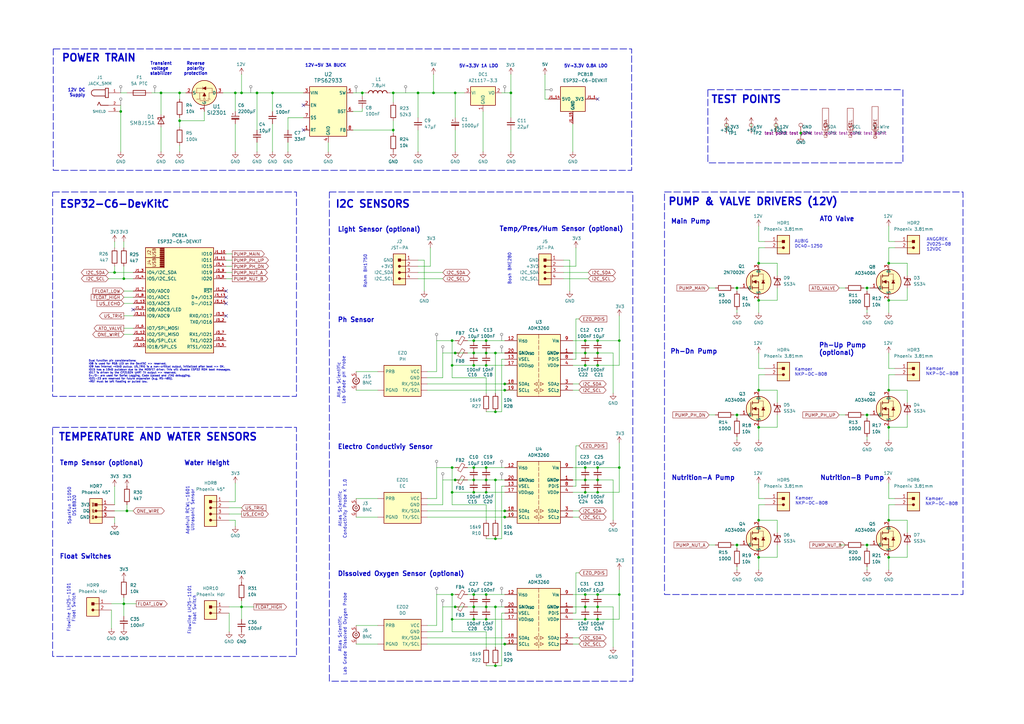
<source format=kicad_sch>
(kicad_sch (version 20250114) (generator "eeschema") (generator_version "9.0")
  (paper "A3")
  (rectangle (start 21.844 20.066) (end 259.08 69.85) (stroke (width 0.254) (type dash)))
  (rectangle (start 135.08 78.74) (end 259.54 279.4) (stroke (width 0.254) (type dash)))
  (rectangle (start 21.59 78.74) (end 121.59 162.56) (stroke (width 0.254) (type dash)))
  (rectangle (start 272.54 78.74) (end 394.97 243.84) (stroke (width 0.254) (type dash)))
  (rectangle (start 290.32 36.8) (end 370.32 66.8) (stroke (width 0.254) (type dash)))
  (rectangle (start 21.59 175.26) (end 121.59 269.24) (stroke (width 0.254) (type dash)))
  (text "Ph Sensor" (at 138.43 131.318 0) (effects (font (size 1.905 1.905) (bold yes)) (justify left)))
  (text "5V→3.3V 1A LDO" (at 196.342 27.178 0) (effects (font (size 1.27 1.27) (bold yes))))
  (text "Atlas Scientific\nLab Grade pH Probe" (at 139.954 155.956 90) (effects (font (size 1.27 1.27))))
  (text "Kamoer\nNKP-DC-B08" (at 379.476 205.74 0) (effects (font (size 1.27 1.27)) (justify left)))
  (text "Ph-Up Pump\n(optional)" (at 335.788 143.256 0) (effects (font (size 1.905 1.905) (bold yes)) (justify left)))
  (text "Float Switches" (at 24.384 228.346 0) (effects (font (size 1.905 1.905) (bold yes)) (justify left)))
  (text "Nutrition-A Pump" (at 275.336 196.088 0) (effects (font (size 1.905 1.905) (bold yes)) (justify left)))
  (text "POWER TRAIN" (at 25.146 23.876 0) (effects (font (size 3 3) (bold yes)) (justify left)))
  (text "Flowline LH25-1101\nFloat Switch" (at 29.21 249.174 90) (effects (font (size 1.27 1.27))))
  (text "Atlas Scientific\nConductivity Probe K 1.0" (at 140.462 208.788 90) (effects (font (size 1.27 1.27))))
  (text "Reverse\npolarity\nprotection" (at 80.264 28.194 0) (effects (font (size 1.27 1.27) (bold yes))))
  (text "Sparkfun 11050\nDS18B20" (at 29.464 207.518 90) (effects (font (size 1.27 1.27))))
  (text "Dissolved Oxygen Sensor (optional)" (at 138.43 235.458 0) (effects (font (size 1.905 1.905) (bold yes)) (justify left)))
  (text "Electro Conductiviy Sensor" (at 138.43 183.388 0) (effects (font (size 1.905 1.905) (bold yes)) (justify left)))
  (text "ANGGREK \n2V025-08\n12VDC" (at 379.984 100.33 0) (effects (font (size 1.27 1.27)) (justify left)))
  (text "5V→3.3V 0.8A LDO" (at 240.284 27.178 0) (effects (font (size 1.27 1.27) (bold yes))))
  (text "Temp/Pres/Hum Sensor (optional)" (at 204.724 93.98 0) (effects (font (size 1.905 1.905) (bold yes)) (justify left)))
  (text "12V DC\nSupply" (at 35.052 38.1 0) (effects (font (size 1.27 1.27) (bold yes)) (justify right)))
  (text "Rohm BH1750" (at 149.86 111.252 90) (effects (font (size 1.27 1.27))))
  (text "AUBIG\nDC40-1250" (at 325.882 100.076 0) (effects (font (size 1.27 1.27)) (justify left)))
  (text "Atlas Scientific\nLab Grade Dissolved Oxygen Probe" (at 140.462 260.096 90) (effects (font (size 1.27 1.27))))
  (text "Transient\nvoltage \nstabilizer" (at 66.04 28.194 0) (effects (font (size 1.27 1.27) (bold yes))))
  (text "12V→5V 3A BUCK" (at 133.604 26.924 0) (effects (font (size 1.27 1.27) (bold yes))))
  (text "ESP32-C6-DevKitC" (at 46.99 83.82 0) (effects (font (size 3 3) (bold yes))))
  (text "I2C SENSORS " (at 137.414 83.82 0) (effects (font (size 3 3) (bold yes)) (justify left)))
  (text "PUMP & VALVE DRIVERS (12V)" (at 308.864 82.804 0) (effects (font (size 3 3) (bold yes))))
  (text "TEST POINTS" (at 306.07 40.894 0) (effects (font (size 3 3) (bold yes))))
  (text "Flowline LH25-1101\nFloat Switch" (at 78.74 250.19 90) (effects (font (size 1.27 1.27))))
  (text "Dual function pin considerations:\nIO8 is used for RGB LED on the DevKitC => reserved.\nIO9 has internal ~45kΩ pullup. US_TRIG is a non-critical output, initialized after boot => OK.\nIO15 has a 10kΩ pulldown due to the MOSFET driver. This will disable ESP32 ROM boot messages.\nIO17 is driven by the CP2102N UART TX output => reserved.\nD+/D- are used for Serial Logging, Code Upload and JTAG debugging.\nIO21-23 are reserved for future expansion (e.g. RS-485).\n~RST must be left floating or pulled low." (at 36.322 152.4 0) (effects (font (size 0.762 0.762)) (justify left)))
  (text "Light Sensor (optional)" (at 138.43 94.234 0) (effects (font (size 1.905 1.905) (bold yes)) (justify left)))
  (text "Ph-Dn Pump" (at 274.828 144.272 0) (effects (font (size 1.905 1.905) (bold yes)) (justify left)))
  (text "ATO Valve" (at 336.042 89.916 0) (effects (font (size 1.905 1.905) (bold yes)) (justify left)))
  (text "TEMPERATURE AND WATER SENSORS" (at 23.876 179.324 0) (effects (font (size 3 3) (bold yes)) (justify left)))
  (text "Temp Sensor (optional)" (at 24.384 189.992 0) (effects (font (size 1.905 1.905) (bold yes)) (justify left)))
  (text "Water Height" (at 75.438 189.992 0) (effects (font (size 1.905 1.905) (bold yes)) (justify left)))
  (text "Nutrition-B Pump" (at 336.296 196.088 0) (effects (font (size 1.905 1.905) (bold yes)) (justify left)))
  (text "Adafruit RCWL-1601\nUltrasonic Sensor" (at 77.978 209.296 90) (effects (font (size 1.27 1.27))))
  (text "Kamoer\nNKP-DC-B08" (at 379.73 152.4 0) (effects (font (size 1.27 1.27)) (justify left)))
  (text "Main Pump" (at 275.082 90.932 0) (effects (font (size 1.905 1.905) (bold yes)) (justify left)))
  (text "Bosh BME280" (at 209.042 110.236 90) (effects (font (size 1.27 1.27))))
  (text "Kamoer\nNKP-DC-B08" (at 325.882 152.654 0) (effects (font (size 1.27 1.27)) (justify left)))
  (text "Kamoer\nNKP-DC-B08" (at 326.136 205.486 0) (effects (font (size 1.27 1.27)) (justify left)))
  (junction (at 364.49 175.26))
  (junction (at 185.42 243.84))
  (junction (at 311.15 175.26))
  (junction (at 245.11 139.7))
  (junction (at 240.03 254))
  (junction (at 240.03 196.85))
  (junction (at 311.15 213.36))
  (junction (at 66.04 38.1))
  (junction (at 194.31 243.84))
  (junction (at 203.2 196.85))
  (junction (at 254 191.77))
  (junction (at 364.49 107.95))
  (junction (at 245.11 144.78))
  (junction (at 302.26 170.18))
  (junction (at 199.39 149.86))
  (junction (at 355.6 170.18))
  (junction (at 311.15 228.6))
  (junction (at 311.15 123.19))
  (junction (at 186.69 248.92))
  (junction (at 240.03 144.78))
  (junction (at 99.06 248.92))
  (junction (at 209.55 38.1))
  (junction (at 50.8 114.3))
  (junction (at 171.45 38.1))
  (junction (at 302.26 223.52))
  (junction (at 199.39 196.85))
  (junction (at 207.01 160.02))
  (junction (at 245.11 243.84))
  (junction (at 186.69 144.78))
  (junction (at 328.42 54.58))
  (junction (at 245.11 196.85))
  (junction (at 52.07 209.55))
  (junction (at 199.39 191.77))
  (junction (at 254 243.84))
  (junction (at 105.41 38.1))
  (junction (at 199.39 248.92))
  (junction (at 245.11 254))
  (junction (at 199.39 201.93))
  (junction (at 355.6 118.11))
  (junction (at 364.49 228.6))
  (junction (at 364.49 213.36))
  (junction (at 194.31 191.77))
  (junction (at 245.11 191.77))
  (junction (at 207.01 264.16))
  (junction (at 311.15 107.95))
  (junction (at 161.29 38.1))
  (junction (at 240.03 201.93))
  (junction (at 194.31 201.93))
  (junction (at 185.42 139.7))
  (junction (at 185.42 254))
  (junction (at 194.31 144.78))
  (junction (at 199.39 243.84))
  (junction (at 203.2 248.92))
  (junction (at 46.99 111.76))
  (junction (at 207.01 157.48))
  (junction (at 186.69 196.85))
  (junction (at 177.8 38.1))
  (junction (at 199.39 254))
  (junction (at 96.52 38.1))
  (junction (at 185.42 149.86))
  (junction (at 161.29 53.34))
  (junction (at 185.42 201.93))
  (junction (at 194.31 139.7))
  (junction (at 186.69 38.1))
  (junction (at 194.31 248.92))
  (junction (at 207.01 209.55))
  (junction (at 73.66 49.53))
  (junction (at 364.49 160.02))
  (junction (at 203.2 273.05))
  (junction (at 99.06 38.1))
  (junction (at 245.11 149.86))
  (junction (at 240.03 243.84))
  (junction (at 254 139.7))
  (junction (at 245.11 248.92))
  (junction (at 302.26 118.11))
  (junction (at 207.01 212.09))
  (junction (at 240.03 191.77))
  (junction (at 148.59 38.1))
  (junction (at 203.2 168.91))
  (junction (at 73.66 38.1))
  (junction (at 199.39 144.78))
  (junction (at 240.03 248.92))
  (junction (at 194.31 254))
  (junction (at 194.31 149.86))
  (junction (at 245.11 201.93))
  (junction (at 203.2 144.78))
  (junction (at 364.49 123.19))
  (junction (at 50.8 247.65))
  (junction (at 311.15 160.02))
  (junction (at 185.42 191.77))
  (junction (at 203.2 220.98))
  (junction (at 355.6 223.52))
  (junction (at 111.76 38.1))
  (junction (at 240.03 149.86))
  (junction (at 49.53 45.72))
  (junction (at 194.31 196.85))
  (junction (at 199.39 139.7))
  (junction (at 240.03 139.7))
  (no_connect (at 92.71 119.38))
  (no_connect (at 92.71 124.46))
  (no_connect (at 92.71 121.92))
  (no_connect (at 54.61 127))
  (no_connect (at 92.71 129.54))
  (no_connect (at 245.11 40.64))
  (no_connect (at 124.46 53.34))
  (no_connect (at 124.46 43.18))
  (wire (pts (xy 191.77 248.92) (xy 194.31 248.92)))
  (wire (pts (xy 203.2 168.91) (xy 205.74 168.91)))
  (wire (pts (xy 175.26 209.55) (xy 207.01 209.55)))
  (wire (pts (xy 118.11 48.26) (xy 118.11 53.34)))
  (wire (pts (xy 190.5 196.85) (xy 186.69 196.85)))
  (wire (pts (xy 50.8 119.38) (xy 54.61 119.38)))
  (wire (pts (xy 186.69 38.1) (xy 190.5 38.1)))
  (wire (pts (xy 234.95 209.55) (xy 237.49 209.55)))
  (wire (pts (xy 251.46 144.78) (xy 245.11 144.78)))
  (wire (pts (xy 175.26 157.48) (xy 207.01 157.48)))
  (wire (pts (xy 205.74 147.32) (xy 205.74 168.91)))
  (wire (pts (xy 199.39 139.7) (xy 207.01 139.7)))
  (wire (pts (xy 175.26 204.47) (xy 179.07 204.47)))
  (wire (pts (xy 181.61 248.92) (xy 186.69 248.92)))
  (wire (pts (xy 245.11 191.77) (xy 254 191.77)))
  (wire (pts (xy 45.72 247.65) (xy 50.8 247.65)))
  (wire (pts (xy 344.17 118.11) (xy 346.71 118.11)))
  (wire (pts (xy 148.59 38.1) (xy 148.59 39.37)))
  (wire (pts (xy 300.99 223.52) (xy 302.26 223.52)))
  (wire (pts (xy 73.66 38.1) (xy 76.2 38.1)))
  (wire (pts (xy 318.77 175.26) (xy 311.15 175.26)))
  (wire (pts (xy 93.98 208.28) (xy 99.06 208.28)))
  (wire (pts (xy 134.62 58.42) (xy 134.62 62.23)))
  (wire (pts (xy 234.95 254) (xy 240.03 254)))
  (wire (pts (xy 199.39 149.86) (xy 207.01 149.86)))
  (wire (pts (xy 205.74 251.46) (xy 205.74 273.05)))
  (wire (pts (xy 364.49 228.6) (xy 364.49 233.68)))
  (wire (pts (xy 311.15 175.26) (xy 311.15 180.34)))
  (wire (pts (xy 311.15 213.36) (xy 318.77 213.36)))
  (wire (pts (xy 191.77 243.84) (xy 194.31 243.84)))
  (wire (pts (xy 73.66 59.69) (xy 73.66 62.23)))
  (wire (pts (xy 194.31 144.78) (xy 199.39 144.78)))
  (wire (pts (xy 185.42 254) (xy 185.42 259.08)))
  (wire (pts (xy 194.31 243.84) (xy 199.39 243.84)))
  (wire (pts (xy 311.15 198.12) (xy 311.15 204.47)))
  (wire (pts (xy 171.45 38.1) (xy 177.8 38.1)))
  (wire (pts (xy 234.95 144.78) (xy 240.03 144.78)))
  (wire (pts (xy 175.26 212.09) (xy 207.01 212.09)))
  (wire (pts (xy 44.45 114.3) (xy 50.8 114.3)))
  (wire (pts (xy 364.49 151.13) (xy 367.03 151.13)))
  (wire (pts (xy 290.83 223.52) (xy 293.37 223.52)))
  (wire (pts (xy 185.42 254) (xy 194.31 254)))
  (wire (pts (xy 240.03 254) (xy 245.11 254)))
  (wire (pts (xy 311.15 92.71) (xy 311.15 99.06)))
  (wire (pts (xy 251.46 265.43) (xy 251.46 248.92)))
  (wire (pts (xy 199.39 265.43) (xy 199.39 259.08)))
  (wire (pts (xy 186.69 38.1) (xy 186.69 48.26)))
  (wire (pts (xy 52.07 207.01) (xy 52.07 209.55)))
  (wire (pts (xy 185.42 149.86) (xy 194.31 149.86)))
  (wire (pts (xy 186.69 139.7) (xy 185.42 139.7)))
  (wire (pts (xy 199.39 213.36) (xy 199.39 207.01)))
  (wire (pts (xy 302.26 170.18) (xy 302.26 171.45)))
  (wire (pts (xy 251.46 161.29) (xy 251.46 144.78)))
  (wire (pts (xy 46.99 99.06) (xy 46.99 101.6)))
  (wire (pts (xy 194.31 248.92) (xy 199.39 248.92)))
  (wire (pts (xy 181.61 259.08) (xy 181.61 248.92)))
  (wire (pts (xy 93.98 205.74) (xy 96.52 205.74)))
  (wire (pts (xy 254 191.77) (xy 254 201.93)))
  (wire (pts (xy 300.99 118.11) (xy 302.26 118.11)))
  (wire (pts (xy 185.42 201.93) (xy 185.42 207.01)))
  (wire (pts (xy 372.11 107.95) (xy 364.49 107.95)))
  (wire (pts (xy 203.2 220.98) (xy 205.74 220.98)))
  (wire (pts (xy 111.76 38.1) (xy 111.76 45.72)))
  (wire (pts (xy 50.8 124.46) (xy 54.61 124.46)))
  (wire (pts (xy 234.95 50.8) (xy 234.95 62.23)))
  (wire (pts (xy 311.15 204.47) (xy 313.69 204.47)))
  (wire (pts (xy 355.6 170.18) (xy 356.87 170.18)))
  (wire (pts (xy 372.11 170.18) (xy 372.11 175.26)))
  (wire (pts (xy 355.6 179.07) (xy 355.6 180.34)))
  (wire (pts (xy 364.49 175.26) (xy 364.49 180.34)))
  (wire (pts (xy 354.33 170.18) (xy 355.6 170.18)))
  (wire (pts (xy 173.99 106.68) (xy 173.99 119.38)))
  (wire (pts (xy 240.03 149.86) (xy 245.11 149.86)))
  (wire (pts (xy 185.42 243.84) (xy 185.42 254)))
  (wire (pts (xy 171.45 114.3) (xy 181.61 114.3)))
  (wire (pts (xy 236.22 130.81) (xy 237.49 130.81)))
  (wire (pts (xy 50.8 134.62) (xy 54.61 134.62)))
  (wire (pts (xy 46.99 212.09) (xy 46.99 214.63)))
  (wire (pts (xy 50.8 114.3) (xy 54.61 114.3)))
  (wire (pts (xy 311.15 153.67) (xy 313.69 153.67)))
  (wire (pts (xy 179.07 243.84) (xy 185.42 243.84)))
  (wire (pts (xy 364.49 92.71) (xy 364.49 99.06)))
  (wire (pts (xy 234.95 199.39) (xy 236.22 199.39)))
  (wire (pts (xy 311.15 151.13) (xy 313.69 151.13)))
  (wire (pts (xy 161.29 41.91) (xy 161.29 38.1)))
  (wire (pts (xy 191.77 191.77) (xy 194.31 191.77)))
  (wire (pts (xy 118.11 58.42) (xy 118.11 62.23)))
  (wire (pts (xy 203.2 144.78) (xy 203.2 161.29)))
  (wire (pts (xy 364.49 198.12) (xy 364.49 204.47)))
  (wire (pts (xy 49.53 45.72) (xy 49.53 62.23)))
  (wire (pts (xy 99.06 248.92) (xy 99.06 246.38)))
  (wire (pts (xy 234.95 248.92) (xy 240.03 248.92)))
  (wire (pts (xy 175.26 152.4) (xy 179.07 152.4)))
  (wire (pts (xy 203.2 248.92) (xy 207.01 248.92)))
  (wire (pts (xy 46.99 109.22) (xy 46.99 111.76)))
  (wire (pts (xy 191.77 144.78) (xy 194.31 144.78)))
  (wire (pts (xy 93.98 210.82) (xy 99.06 210.82)))
  (wire (pts (xy 355.6 118.11) (xy 356.87 118.11)))
  (wire (pts (xy 194.31 254) (xy 199.39 254)))
  (wire (pts (xy 254 139.7) (xy 254 149.86)))
  (wire (pts (xy 311.15 144.78) (xy 311.15 151.13)))
  (wire (pts (xy 66.04 38.1) (xy 66.04 46.99)))
  (wire (pts (xy 231.14 106.68) (xy 233.68 106.68)))
  (wire (pts (xy 234.95 243.84) (xy 240.03 243.84)))
  (wire (pts (xy 234.95 212.09) (xy 237.49 212.09)))
  (wire (pts (xy 46.99 209.55) (xy 52.07 209.55)))
  (wire (pts (xy 318.77 118.11) (xy 318.77 123.19)))
  (wire (pts (xy 185.42 201.93) (xy 194.31 201.93)))
  (wire (pts (xy 50.8 137.16) (xy 54.61 137.16)))
  (wire (pts (xy 199.39 273.05) (xy 203.2 273.05)))
  (wire (pts (xy 161.29 49.53) (xy 161.29 53.34)))
  (wire (pts (xy 234.95 157.48) (xy 237.49 157.48)))
  (wire (pts (xy 52.07 209.55) (xy 54.61 209.55)))
  (wire (pts (xy 240.03 248.92) (xy 245.11 248.92)))
  (wire (pts (xy 302.26 118.11) (xy 303.53 118.11)))
  (wire (pts (xy 146.05 264.16) (xy 154.94 264.16)))
  (wire (pts (xy 96.52 50.8) (xy 96.52 62.23)))
  (wire (pts (xy 302.26 118.11) (xy 302.26 119.38)))
  (wire (pts (xy 194.31 139.7) (xy 199.39 139.7)))
  (wire (pts (xy 236.22 234.95) (xy 237.49 234.95)))
  (wire (pts (xy 99.06 30.48) (xy 99.06 38.1)))
  (wire (pts (xy 372.11 223.52) (xy 372.11 228.6)))
  (wire (pts (xy 302.26 223.52) (xy 302.26 224.79)))
  (wire (pts (xy 372.11 123.19) (xy 364.49 123.19)))
  (wire (pts (xy 236.22 234.95) (xy 236.22 251.46)))
  (wire (pts (xy 160.02 38.1) (xy 161.29 38.1)))
  (wire (pts (xy 111.76 38.1) (xy 124.46 38.1)))
  (wire (pts (xy 175.26 154.94) (xy 181.61 154.94)))
  (wire (pts (xy 311.15 101.6) (xy 311.15 107.95)))
  (wire (pts (xy 210.82 157.48) (xy 207.01 157.48)))
  (wire (pts (xy 91.44 38.1) (xy 96.52 38.1)))
  (wire (pts (xy 364.49 204.47) (xy 367.03 204.47)))
  (wire (pts (xy 190.5 144.78) (xy 186.69 144.78)))
  (wire (pts (xy 245.11 149.86) (xy 254 149.86)))
  (wire (pts (xy 318.77 107.95) (xy 311.15 107.95)))
  (wire (pts (xy 210.82 160.02) (xy 207.01 160.02)))
  (wire (pts (xy 186.69 191.77) (xy 185.42 191.77)))
  (wire (pts (xy 194.31 201.93) (xy 199.39 201.93)))
  (wire (pts (xy 199.39 220.98) (xy 203.2 220.98)))
  (wire (pts (xy 355.6 127) (xy 355.6 128.27)))
  (wire (pts (xy 49.53 38.1) (xy 52.07 38.1)))
  (wire (pts (xy 328.42 54.58) (xy 328.42 55.85)))
  (wire (pts (xy 318.77 170.18) (xy 318.77 175.26)))
  (wire (pts (xy 73.66 48.26) (xy 73.66 49.53)))
  (wire (pts (xy 240.03 144.78) (xy 245.11 144.78)))
  (wire (pts (xy 144.78 53.34) (xy 161.29 53.34)))
  (wire (pts (xy 161.29 54.61) (xy 161.29 53.34)))
  (wire (pts (xy 364.49 101.6) (xy 367.03 101.6)))
  (wire (pts (xy 146.05 160.02) (xy 154.94 160.02)))
  (wire (pts (xy 318.77 165.1) (xy 318.77 160.02)))
  (wire (pts (xy 210.82 264.16) (xy 207.01 264.16)))
  (wire (pts (xy 92.71 106.68) (xy 95.25 106.68)))
  (wire (pts (xy 105.41 58.42) (xy 105.41 62.23)))
  (wire (pts (xy 207.01 147.32) (xy 205.74 147.32)))
  (wire (pts (xy 144.78 38.1) (xy 148.59 38.1)))
  (wire (pts (xy 355.6 171.45) (xy 355.6 170.18)))
  (wire (pts (xy 231.14 109.22) (xy 236.22 109.22)))
  (wire (pts (xy 302.26 170.18) (xy 303.53 170.18)))
  (wire (pts (xy 171.45 109.22) (xy 176.53 109.22)))
  (wire (pts (xy 209.55 30.48) (xy 209.55 38.1)))
  (wire (pts (xy 105.41 38.1) (xy 105.41 53.34)))
  (wire (pts (xy 203.2 196.85) (xy 203.2 213.36)))
  (wire (pts (xy 199.39 207.01) (xy 185.42 207.01)))
  (wire (pts (xy 181.61 154.94) (xy 181.61 144.78)))
  (wire (pts (xy 62.23 38.1) (xy 66.04 38.1)))
  (wire (pts (xy 355.6 232.41) (xy 355.6 233.68)))
  (wire (pts (xy 175.26 264.16) (xy 207.01 264.16)))
  (wire (pts (xy 234.95 149.86) (xy 240.03 149.86)))
  (wire (pts (xy 344.17 223.52) (xy 346.71 223.52)))
  (wire (pts (xy 254 233.68) (xy 254 243.84)))
  (wire (pts (xy 245.11 139.7) (xy 254 139.7)))
  (wire (pts (xy 73.66 49.53) (xy 73.66 52.07)))
  (wire (pts (xy 364.49 123.19) (xy 364.49 128.27)))
  (wire (pts (xy 311.15 160.02) (xy 318.77 160.02)))
  (wire (pts (xy 199.39 168.91) (xy 203.2 168.91)))
  (wire (pts (xy 179.07 256.54) (xy 179.07 243.84)))
  (wire (pts (xy 83.82 45.72) (xy 83.82 49.53)))
  (wire (pts (xy 92.71 104.14) (xy 95.25 104.14)))
  (wire (pts (xy 372.11 213.36) (xy 364.49 213.36)))
  (wire (pts (xy 181.61 196.85) (xy 186.69 196.85)))
  (wire (pts (xy 50.8 247.65) (xy 55.88 247.65)))
  (wire (pts (xy 185.42 149.86) (xy 185.42 154.94)))
  (wire (pts (xy 175.26 256.54) (xy 179.07 256.54)))
  (wire (pts (xy 199.39 201.93) (xy 207.01 201.93)))
  (wire (pts (xy 372.11 175.26) (xy 364.49 175.26)))
  (wire (pts (xy 231.14 111.76) (xy 241.3 111.76)))
  (wire (pts (xy 210.82 212.09) (xy 207.01 212.09)))
  (wire (pts (xy 311.15 101.6) (xy 313.69 101.6)))
  (wire (pts (xy 171.45 53.34) (xy 171.45 62.23)))
  (wire (pts (xy 175.26 160.02) (xy 207.01 160.02)))
  (wire (pts (xy 209.55 53.34) (xy 209.55 62.23)))
  (wire (pts (xy 234.95 160.02) (xy 237.49 160.02)))
  (wire (pts (xy 50.8 129.54) (xy 54.61 129.54)))
  (wire (pts (xy 171.45 38.1) (xy 171.45 48.26)))
  (wire (pts (xy 181.61 144.78) (xy 186.69 144.78)))
  (wire (pts (xy 254 181.61) (xy 254 191.77)))
  (wire (pts (xy 179.07 191.77) (xy 185.42 191.77)))
  (wire (pts (xy 205.74 199.39) (xy 205.74 220.98)))
  (wire (pts (xy 251.46 213.36) (xy 251.46 196.85)))
  (wire (pts (xy 146.05 212.09) (xy 154.94 212.09)))
  (wire (pts (xy 210.82 209.55) (xy 207.01 209.55)))
  (wire (pts (xy 92.71 109.22) (xy 95.25 109.22)))
  (wire (pts (xy 234.95 201.93) (xy 240.03 201.93)))
  (wire (pts (xy 223.52 30.48) (xy 223.52 40.64)))
  (wire (pts (xy 199.39 259.08) (xy 185.42 259.08)))
  (wire (pts (xy 364.49 207.01) (xy 367.03 207.01)))
  (wire (pts (xy 251.46 196.85) (xy 245.11 196.85)))
  (wire (pts (xy 46.99 199.39) (xy 46.99 207.01)))
  (wire (pts (xy 344.17 170.18) (xy 346.71 170.18)))
  (wire (pts (xy 186.69 243.84) (xy 185.42 243.84)))
  (wire (pts (xy 311.15 99.06) (xy 313.69 99.06)))
  (wire (pts (xy 234.95 264.16) (xy 237.49 264.16)))
  (wire (pts (xy 199.39 243.84) (xy 207.01 243.84)))
  (wire (pts (xy 297.94 53.31) (xy 297.94 50.77)))
  (wire (pts (xy 308.1 53.31) (xy 308.1 50.77)))
  (wire (pts (xy 318.26 53.31) (xy 318.26 50.77)))
  (wire (pts (xy 328.42 53.31) (xy 328.42 54.58)))
  (wire (pts (xy 73.66 38.1) (xy 73.66 40.64)))
  (wire (pts (xy 177.8 30.48) (xy 177.8 38.1)))
  (wire (pts (xy 318.77 223.52) (xy 318.77 228.6)))
  (wire (pts (xy 234.95 147.32) (xy 236.22 147.32)))
  (wire (pts (xy 50.8 121.92) (xy 54.61 121.92)))
  (wire (pts (xy 177.8 38.1) (xy 186.69 38.1)))
  (wire (pts (xy 99.06 38.1) (xy 105.41 38.1)))
  (wire (pts (xy 199.39 254) (xy 207.01 254)))
  (wire (pts (xy 66.04 52.07) (xy 66.04 62.23)))
  (wire (pts (xy 175.26 261.62) (xy 207.01 261.62)))
  (wire (pts (xy 93.98 251.46) (xy 93.98 259.08)))
  (wire (pts (xy 372.11 213.36) (xy 372.11 218.44)))
  (wire (pts (xy 364.49 101.6) (xy 364.49 107.95)))
  (wire (pts (xy 234.95 139.7) (xy 240.03 139.7)))
  (wire (pts (xy 364.49 207.01) (xy 364.49 213.36)))
  (wire (pts (xy 318.77 113.03) (xy 318.77 107.95)))
  (wire (pts (xy 233.68 106.68) (xy 233.68 119.38)))
  (wire (pts (xy 236.22 101.6) (xy 236.22 109.22)))
  (wire (pts (xy 105.41 38.1) (xy 111.76 38.1)))
  (wire (pts (xy 199.39 248.92) (xy 203.2 248.92)))
  (wire (pts (xy 245.11 254) (xy 254 254)))
  (wire (pts (xy 254 243.84) (xy 254 254)))
  (wire (pts (xy 96.52 198.12) (xy 96.52 205.74)))
  (wire (pts (xy 92.71 114.3) (xy 95.25 114.3)))
  (wire (pts (xy 234.95 251.46) (xy 236.22 251.46)))
  (wire (pts (xy 148.59 44.45) (xy 148.59 45.72)))
  (wire (pts (xy 194.31 149.86) (xy 199.39 149.86)))
  (wire (pts (xy 111.76 50.8) (xy 111.76 62.23)))
  (wire (pts (xy 240.03 201.93) (xy 245.11 201.93)))
  (wire (pts (xy 236.22 130.81) (xy 236.22 147.32)))
  (wire (pts (xy 179.07 152.4) (xy 179.07 139.7)))
  (wire (pts (xy 251.46 248.92) (xy 245.11 248.92)))
  (wire (pts (xy 300.99 170.18) (xy 302.26 170.18)))
  (wire (pts (xy 171.45 106.68) (xy 173.99 106.68)))
  (wire (pts (xy 199.39 191.77) (xy 207.01 191.77)))
  (wire (pts (xy 311.15 228.6) (xy 311.15 233.68)))
  (wire (pts (xy 96.52 38.1) (xy 99.06 38.1)))
  (wire (pts (xy 144.78 45.72) (xy 148.59 45.72)))
  (wire (pts (xy 146.05 152.4) (xy 154.94 152.4)))
  (wire (pts (xy 318.77 123.19) (xy 311.15 123.19)))
  (wire (pts (xy 146.05 204.47) (xy 154.94 204.47)))
  (wire (pts (xy 364.49 99.06) (xy 367.03 99.06)))
  (wire (pts (xy 245.11 201.93) (xy 254 201.93)))
  (wire (pts (xy 46.99 111.76) (xy 54.61 111.76)))
  (wire (pts (xy 96.52 38.1) (xy 96.52 45.72)))
  (wire (pts (xy 146.05 256.54) (xy 154.94 256.54)))
  (wire (pts (xy 50.8 109.22) (xy 50.8 114.3)))
  (wire (pts (xy 207.01 251.46) (xy 205.74 251.46)))
  (wire (pts (xy 45.72 250.19) (xy 45.72 257.81)))
  (wire (pts (xy 355.6 223.52) (xy 356.87 223.52)))
  (wire (pts (xy 50.8 99.06) (xy 50.8 101.6)))
  (wire (pts (xy 191.77 139.7) (xy 194.31 139.7)))
  (wire (pts (xy 245.11 243.84) (xy 254 243.84)))
  (wire (pts (xy 175.26 207.01) (xy 181.61 207.01)))
  (wire (pts (xy 355.6 118.11) (xy 355.6 119.38)))
  (wire (pts (xy 209.55 38.1) (xy 209.55 48.26)))
  (wire (pts (xy 179.07 139.7) (xy 185.42 139.7)))
  (wire (pts (xy 66.04 38.1) (xy 73.66 38.1)))
  (wire (pts (xy 124.46 48.26) (xy 118.11 48.26)))
  (wire (pts (xy 44.45 111.76) (xy 46.99 111.76)))
  (wire (pts (xy 179.07 204.47) (xy 179.07 191.77)))
  (wire (pts (xy 190.5 248.92) (xy 186.69 248.92)))
  (wire (pts (xy 93.98 248.92) (xy 99.06 248.92)))
  (wire (pts (xy 50.8 247.65) (xy 50.8 245.11)))
  (wire (pts (xy 203.2 196.85) (xy 207.01 196.85)))
  (wire (pts (xy 205.74 38.1) (xy 209.55 38.1)))
  (wire (pts (xy 302.26 232.41) (xy 302.26 233.68)))
  (wire (pts (xy 240.03 196.85) (xy 245.11 196.85)))
  (wire (pts (xy 364.49 144.78) (xy 364.49 151.13)))
  (wire (pts (xy 240.03 191.77) (xy 245.11 191.77)))
  (wire (pts (xy 223.52 40.64) (xy 224.79 40.64)))
  (wire (pts (xy 372.11 118.11) (xy 372.11 123.19)))
  (wire (pts (xy 199.39 154.94) (xy 185.42 154.94)))
  (wire (pts (xy 207.01 199.39) (xy 205.74 199.39)))
  (wire (pts (xy 364.49 153.67) (xy 367.03 153.67)))
  (wire (pts (xy 181.61 207.01) (xy 181.61 196.85)))
  (wire (pts (xy 234.95 191.77) (xy 240.03 191.77)))
  (wire (pts (xy 236.22 182.88) (xy 236.22 199.39)))
  (wire (pts (xy 203.2 248.92) (xy 203.2 265.43)))
  (wire (pts (xy 175.26 259.08) (xy 181.61 259.08)))
  (wire (pts (xy 171.45 111.76) (xy 181.61 111.76)))
  (wire (pts (xy 290.83 170.18) (xy 293.37 170.18)))
  (wire (pts (xy 318.77 218.44) (xy 318.77 213.36)))
  (wire (pts (xy 355.6 224.79) (xy 355.6 223.52)))
  (wire (pts (xy 185.42 191.77) (xy 185.42 201.93)))
  (wire (pts (xy 93.98 213.36) (xy 96.52 213.36)))
  (wire (pts (xy 203.2 273.05) (xy 205.74 273.05)))
  (wire (pts (xy 311.15 153.67) (xy 311.15 160.02)))
  (wire (pts (xy 302.26 179.07) (xy 302.26 180.34)))
  (wire (pts (xy 161.29 38.1) (xy 171.45 38.1)))
  (wire (pts (xy 311.15 207.01) (xy 313.69 207.01)))
  (wire (pts (xy 50.8 252.73) (xy 50.8 247.65)))
  (wire (pts (xy 354.33 223.52) (xy 355.6 223.52)))
  (wire (pts (xy 302.26 223.52) (xy 303.53 223.52)))
  (wire (pts (xy 199.39 196.85) (xy 203.2 196.85)))
  (wire (pts (xy 99.06 248.92) (xy 104.14 248.92)))
  (wire (pts (xy 99.06 248.92) (xy 99.06 254)))
  (wire (pts (xy 92.71 111.76) (xy 95.25 111.76)))
  (wire (pts (xy 231.14 114.3) (xy 241.3 114.3)))
  (wire (pts (xy 199.39 161.29) (xy 199.39 154.94)))
  (wire (pts (xy 194.31 196.85) (xy 199.39 196.85)))
  (wire (pts (xy 49.53 43.18) (xy 49.53 45.72)))
  (wire (pts (xy 148.59 38.1) (xy 149.86 38.1)))
  (wire (pts (xy 254 129.54) (xy 254 139.7)))
  (wire (pts (xy 311.15 123.19) (xy 311.15 128.27)))
  (wire (pts (xy 73.66 49.53) (xy 83.82 49.53)))
  (wire (pts (xy 236.22 182.88) (xy 237.49 182.88)))
  (wire (pts (xy 186.69 53.34) (xy 186.69 62.23)))
  (wire (pts (xy 96.52 215.9) (xy 96.52 213.36)))
  (wire (pts (xy 198.12 45.72) (xy 198.12 62.23)))
  (wire (pts (xy 311.15 207.01) (xy 311.15 213.36)))
  (wire (pts (xy 372.11 160.02) (xy 364.49 160.02)))
  (wire (pts (xy 176.53 101.6) (xy 176.53 109.22)))
  (wire (pts (xy 364.49 153.67) (xy 364.49 160.02)))
  (wire (pts (xy 372.11 113.03) (xy 372.11 107.95)))
  (wire (pts (xy 240.03 243.84) (xy 245.11 243.84)))
  (wire (pts (xy 372.11 160.02) (xy 372.11 165.1)))
  (wire (pts (xy 234.95 261.62) (xy 237.49 261.62)))
  (wire (pts (xy 290.83 118.11) (xy 293.37 118.11)))
  (wire (pts (xy 199.39 144.78) (xy 203.2 144.78)))
  (wire (pts (xy 194.31 191.77) (xy 199.39 191.77)))
  (wire (pts (xy 234.95 196.85) (xy 240.03 196.85)))
  (wire (pts (xy 240.03 139.7) (xy 245.11 139.7)))
  (wire (pts (xy 302.26 127) (xy 302.26 128.27)))
  (wire (pts (xy 318.77 228.6) (xy 311.15 228.6)))
  (wire (pts (xy 354.33 118.11) (xy 355.6 118.11)))
  (wire (pts (xy 203.2 144.78) (xy 207.01 144.78)))
  (wire (pts (xy 191.77 196.85) (xy 194.31 196.85)))
  (wire (pts (xy 185.42 139.7) (xy 185.42 149.86)))
  (wire (pts (xy 372.11 228.6) (xy 364.49 228.6)))
  (global_label "I2C_SDA" (shape bidirectional) (at 241.3 111.76 0) (property "Intersheetrefs" "${INTERSHEET_REFS}" (effects (hide yes))))
  (global_label "EZO_PDIS" (shape input) (at 237.49 130.81 0) (property "Intersheetrefs" "${INTERSHEET_REFS}" (effects (hide yes))))
  (global_label "PUMP_MAIN" (shape input) (at 290.83 118.11 180) (property "Intersheetrefs" "${INTERSHEET_REFS}" (effects (hide yes))))
  (global_label "FLOAT_LOW" (shape input) (at 50.8 119.38 180) (property "Intersheetrefs" "${INTERSHEET_REFS}" (effects (hide yes))))
  (global_label "PUMP_MAIN" (shape output) (at 95.25 104.14 0) (property "Intersheetrefs" "${INTERSHEET_REFS}" (effects (hide yes))))
  (global_label "I2C_SCL" (shape bidirectional) (at 237.49 264.16 0) (property "Intersheetrefs" "${INTERSHEET_REFS}" (effects (hide yes))))
  (global_label "PUMP_NUT_A" (shape input) (at 290.83 223.52 180) (property "Intersheetrefs" "${INTERSHEET_REFS}" (effects (hide yes))))
  (global_label "US_TRIG" (shape output) (at 50.8 129.54 180) (property "Intersheetrefs" "${INTERSHEET_REFS}" (effects (hide yes))))
  (global_label "PUMP_PH_DN" (shape output) (at 95.25 109.22 0) (property "Intersheetrefs" "${INTERSHEET_REFS}" (effects (hide yes))))
  (global_label "ATO_VALVE" (shape input) (at 344.17 118.11 180) (property "Intersheetrefs" "${INTERSHEET_REFS}" (effects (hide yes))))
  (global_label "ATO_VALVE" (shape output) (at 50.8 134.62 180) (property "Intersheetrefs" "${INTERSHEET_REFS}" (effects (hide yes))))
  (global_label "PUMP_NUT_A" (shape output) (at 95.25 111.76 0) (property "Intersheetrefs" "${INTERSHEET_REFS}" (effects (hide yes))))
  (global_label "PUMP_NUT_B" (shape output) (at 95.25 114.3 0) (property "Intersheetrefs" "${INTERSHEET_REFS}" (effects (hide yes))))
  (global_label "I2C_SCL" (shape bidirectional) (at 237.49 212.09 0) (property "Intersheetrefs" "${INTERSHEET_REFS}" (effects (hide yes))))
  (global_label "I2C_SDA" (shape bidirectional) (at 237.49 209.55 0) (property "Intersheetrefs" "${INTERSHEET_REFS}" (effects (hide yes))))
  (global_label "ONE_WIRE" (shape bidirectional) (at 50.8 137.16 180) (property "Intersheetrefs" "${INTERSHEET_REFS}" (effects (hide yes))))
  (global_label "US_ECHO" (shape input) (at 50.8 124.46 180) (property "Intersheetrefs" "${INTERSHEET_REFS}" (effects (hide yes))))
  (global_label "US_ECHO" (shape output) (at 99.06 210.82 0) (property "Intersheetrefs" "${INTERSHEET_REFS}" (effects (hide yes))))
  (global_label "~{FLOAT_HIGH}" (shape output) (at 104.14 248.92 0) (property "Intersheetrefs" "${INTERSHEET_REFS}" (effects (hide yes))))
  (global_label "I2C_SDA" (shape bidirectional) (at 237.49 157.48 0) (property "Intersheetrefs" "${INTERSHEET_REFS}" (effects (hide yes))))
  (global_label "PUMP_NUT_B" (shape input) (at 346.71 223.52 180) (property "Intersheetrefs" "${INTERSHEET_REFS}" (effects (hide yes))))
  (global_label "FLOAT_LOW" (shape output) (at 55.88 247.65 0) (property "Intersheetrefs" "${INTERSHEET_REFS}" (effects (hide yes))))
  (global_label "I2C_SCL" (shape bidirectional) (at 44.45 114.3 180) (property "Intersheetrefs" "${INTERSHEET_REFS}" (effects (hide yes))))
  (global_label "I2C_SDA" (shape bidirectional) (at 44.45 111.76 180) (property "Intersheetrefs" "${INTERSHEET_REFS}" (effects (hide yes))))
  (global_label "I2C_SDA" (shape passive) (at 338.58 53.31 90) (property "Intersheetrefs" "${INTERSHEET_REFS}" (effects (hide yes))))
  (global_label "I2C_SCL" (shape passive) (at 348.74 53.31 90) (property "Intersheetrefs" "${INTERSHEET_REFS}" (effects (hide yes))))
  (global_label "ONEWIRE" (shape passive) (at 358.9 53.31 90) (property "Intersheetrefs" "${INTERSHEET_REFS}" (effects (hide yes))))
  (global_label "ONE_WIRE" (shape bidirectional) (at 54.61 209.55 0) (property "Intersheetrefs" "${INTERSHEET_REFS}" (effects (hide yes))))
  (global_label "~{FLOAT_HIGH}" (shape input) (at 50.8 121.92 180) (property "Intersheetrefs" "${INTERSHEET_REFS}" (effects (hide yes))))
  (global_label "I2C_SDA" (shape bidirectional) (at 237.49 261.62 0) (property "Intersheetrefs" "${INTERSHEET_REFS}" (effects (hide yes))))
  (global_label "EZO_PDIS" (shape input) (at 237.49 182.88 0) (property "Intersheetrefs" "${INTERSHEET_REFS}" (effects (hide yes))))
  (global_label "PUMP_PH_DN" (shape input) (at 290.83 170.18 180) (property "Intersheetrefs" "${INTERSHEET_REFS}" (effects (hide yes))))
  (global_label "I2C_SCL" (shape bidirectional) (at 181.61 114.3 0) (property "Intersheetrefs" "${INTERSHEET_REFS}" (effects (hide yes))))
  (global_label "US_TRIG" (shape input) (at 99.06 208.28 0) (property "Intersheetrefs" "${INTERSHEET_REFS}" (effects (hide yes))))
  (global_label "PUMP_PH_UP" (shape output) (at 95.25 106.68 0) (property "Intersheetrefs" "${INTERSHEET_REFS}" (effects (hide yes))))
  (global_label "EZO_PDIS" (shape input) (at 237.49 234.95 0) (property "Intersheetrefs" "${INTERSHEET_REFS}" (effects (hide yes))))
  (global_label "I2C_SDA" (shape bidirectional) (at 181.61 111.76 0) (property "Intersheetrefs" "${INTERSHEET_REFS}" (effects (hide yes))))
  (global_label "I2C_SCL" (shape bidirectional) (at 237.49 160.02 0) (property "Intersheetrefs" "${INTERSHEET_REFS}" (effects (hide yes))))
  (global_label "PUMP_PH_UP" (shape input) (at 344.17 170.18 180) (property "Intersheetrefs" "${INTERSHEET_REFS}" (effects (hide yes))))
  (global_label "I2C_SCL" (shape bidirectional) (at 241.3 114.3 0) (property "Intersheetrefs" "${INTERSHEET_REFS}" (effects (hide yes))))
  (netclass_flag "" (length 2.54) (shape round) (at 179.07 243.84 0) (property "Netclass" "Power" (effects (hide yes))))
  (netclass_flag "" (length 2.54) (shape round) (at 166.37 38.1 0) (property "Netclass" "Power" (effects (hide yes))))
  (netclass_flag "" (length 2.54) (shape round) (at 205.74 191.77 0) (property "Netclass" "Power" (effects (hide yes))))
  (netclass_flag "" (length 2.54) (shape round) (at 205.74 243.84 0) (property "Netclass" "Power" (effects (hide yes))))
  (netclass_flag "" (length 2.54) (shape round) (at 181.61 196.85 0) (property "Netclass" "Power" (effects (hide yes))))
  (netclass_flag "" (length 2.54) (shape round) (at 146.05 38.1 0) (property "Netclass" "Power" (effects (hide yes))))
  (netclass_flag "" (length 2.54) (shape round) (at 205.74 139.7 0) (property "Netclass" "Power" (effects (hide yes))))
  (netclass_flag "" (length 2.54) (shape round) (at 207.01 38.1 0) (property "Netclass" "Power" (effects (hide yes))))
  (netclass_flag "" (length 2.54) (shape round) (at 49.53 43.18 0) (property "Netclass" "Power" (effects (hide yes))))
  (netclass_flag "" (length 2.54) (shape round) (at 179.07 191.77 0) (property "Netclass" "Power" (effects (hide yes))))
  (netclass_flag "" (length 2.54) (shape round) (at 63.5 38.1 0) (property "Netclass" "Power" (effects (hide yes))))
  (netclass_flag "" (length 2.54) (shape round) (at 181.61 144.78 0) (property "Netclass" "Power" (effects (hide yes))))
  (netclass_flag "" (length 2.54) (shape round) (at 223.52 36.83 270) (property "Netclass" "Power" (effects (hide yes))))
  (netclass_flag "" (length 2.54) (shape round) (at 205.74 144.78 0) (property "Netclass" "Power" (effects (hide yes))))
  (netclass_flag "" (length 2.54) (shape round) (at 181.61 248.92 0) (property "Netclass" "Power" (effects (hide yes))))
  (netclass_flag "" (length 2.54) (shape round) (at 205.74 248.92 0) (property "Netclass" "Power" (effects (hide yes))))
  (netclass_flag "" (length 2.54) (shape round) (at 102.87 38.1 0) (property "Netclass" "Power" (effects (hide yes))))
  (netclass_flag "" (length 2.54) (shape round) (at 49.53 38.1 0) (property "Netclass" "Power" (effects (hide yes))))
  (netclass_flag "" (length 2.54) (shape round) (at 179.07 139.7 0) (property "Netclass" "Power" (effects (hide yes))))
  (netclass_flag "" (length 2.54) (shape round) (at 205.74 196.85 0) (property "Netclass" "Power" (effects (hide yes))))
  (symbol (lib_id "power:GND") (at 99.06 259.08 0) (mirror y) (unit 1)
    (property "Reference" "#PWR061" (effects (hide yes)))
    (property "Value" "GND" (at 99.06 263.144 0))
    (property "Description" "Power symbol creates a global label with name \"GND\" , ground" (effects (hide yes)))
  )
  (symbol (lib_id "power:+3V3") (at 96.52 198.12 0) (unit 1)
    (property "Reference" "#PWR07" (effects (hide yes)))
    (property "Value" "3V3" (at 96.52 194.132 0))
    (property "Description" "Power symbol creates a global label with name \"+3V3\"" (effects (hide yes)))
  )
  (symbol (lib_id "power:GND") (at 209.55 62.23 0) (unit 1)
    (property "Reference" "#PWR076" (effects (hide yes)))
    (property "Value" "GND" (at 209.55 66.294 0))
    (property "Description" "Power symbol creates a global label with name \"GND\" , ground" (effects (hide yes)))
  )
  (symbol (lib_id "Coert-Vonk:RES 10kΩ ±1% 1/8W Yageo 0805") (at 302.26 232.41 90) (unit 1)
    (property "Reference" "R19" (at 304.292 227.838 90) (effects (justify right)))
    (property "Value" "10k" (at 304.292 230.378 90) (effects (justify right)))
    (property "Footprint" "Coert-Vonk:RES 10kΩ ±1 18W Yageo 0805" (effects (hide yes)))
    (property "Datasheet" "https://yageogroup.com/content/datasheet/asset/file/PYU-RC_GROUP_51_ROHS_L" (effects (hide yes)))
    (property "Description" "10 kOhms ±1% 0.125W, 1/8W Chip Resistor 0805 (2012 Metric) Moisture Resistant Thick Film" (effects (hide yes)))
    (property "DKPN" "311-10.0KCRCT-ND" (effects (hide yes)))
  )
  (symbol (lib_id "Coert-Vonk:CAP CER 22μF 10V 0805") (at 209.55 50.8 90) (unit 1)
    (property "Reference" "C11" (at 212.09 49.46 90) (effects (justify right)))
    (property "Value" "22μF" (at 212.09 52 90) (effects (justify right)))
    (property "Footprint" "Coert-Vonk:CAP CER 22μF 10V 0805" (effects (hide yes)))
    (property "Datasheet" "https://mm.digikey.com/Volume0/opasdata/d220001/medias/docus/339/CL21A226MAYNNNE_Spec.pdf" (effects (hide yes)))
    (property "Description" "Capacitor Ceramic 22 µF ±20% 25V X5R 0805" (effects (hide yes)))
    (property "DKPN" "1276-CL21A226MAYNNNECT-ND" (effects (hide yes)))
  )
  (symbol (lib_id "power:GND") (at 73.66 62.23 0) (unit 1)
    (property "Reference" "#PWR023" (effects (hide yes)))
    (property "Value" "GND" (at 73.66 66.294 0))
    (property "Description" "Power symbol creates a global label with name \"GND\" , ground" (effects (hide yes)))
  )
  (symbol (lib_id "power:+3V3") (at 52.07 199.39 0) (unit 1)
    (property "Reference" "#PWR060" (effects (hide yes)))
    (property "Value" "3V3" (at 52.07 195.402 0))
    (property "Description" "Power symbol creates a global label with name \"+3V3\"" (effects (hide yes)))
  )
  (symbol (lib_id "power:GND") (at 171.45 62.23 0) (unit 1)
    (property "Reference" "#PWR073" (effects (hide yes)))
    (property "Value" "GND" (at 171.45 66.294 0))
    (property "Description" "Power symbol creates a global label with name \"GND\" , ground" (effects (hide yes)))
  )
  (symbol (lib_id "Coert-Vonk:FERRITE BEAD 330Ω 0805") (at 189.23 191.77 90) (unit 1)
    (property "Reference" "FB1" (at 188.722 200.152 90))
    (property "Value" "330Ω at 100MHz" (effects (hide yes)))
    (property "Footprint" "Coert-Vonk:FERRITE BEAD 330Ω 0805" (effects (hide yes)))
    (property "Datasheet" "https://pim.murata.com/asset/pim4/ferriteBeadInductortypefilter/ENFA0005_PDF_FERRITEBEADINDUCTORTYPEFILTER?lastModifiedDatetime=20260105172120" (effects (hide yes)))
    (property "Description" "330 Ohms @ 100 MHz 1 Power Line Ferrite Bead 0805 (2012 Metric) 1.5A 70mOhm" (effects (hide yes)))
    (property "DKPN" "490-5988-1-ND" (effects (hide yes)))
  )
  (symbol (lib_id "power:GND") (at 355.6 128.27 0) (unit 1)
    (property "Reference" "#PWR012" (effects (hide yes)))
    (property "Value" "GND" (at 355.6 132.334 0))
    (property "Description" "Power symbol creates a global label with name \"GND\" , ground" (effects (hide yes)))
  )
  (symbol (lib_id "Coert-Vonk:IND 7.8µH 10A 20.5mΩ") (at 154.94 38.1 0) (unit 1)
    (property "Reference" "L1" (at 155.194 32.512 0))
    (property "Value" "7.8µH" (at 155.194 35.052 0))
    (property "Footprint" "Coert-Vonk:IND 7.8µH 10A 20.5mΩ" (effects (hide yes)))
    (property "Datasheet" "https://www.vishay.com/docs/34126/ihlp-5050ez-01.pdf" (effects (hide yes)))
    (property "Description" "7.8 µH Shielded Molded Inductor 10 A 20.5mOhm Max Nonstandard" (effects (hide yes)))
    (property "DKPN" "541-IHLP5050EZER7R8M01CT-ND" (effects (hide yes)))
  )
  (symbol (lib_id "power:GND") (at 364.49 128.27 0) (unit 1)
    (property "Reference" "#PWR016" (effects (hide yes)))
    (property "Value" "GND" (at 364.49 132.334 0))
    (property "Description" "Power symbol creates a global label with name \"GND\" , ground" (effects (hide yes)))
  )
  (symbol (lib_id "power:GND") (at 96.52 62.23 0) (unit 1)
    (property "Reference" "#PWR041" (effects (hide yes)))
    (property "Value" "GND" (at 96.52 66.294 0))
    (property "Description" "Power symbol creates a global label with name \"GND\" , ground" (effects (hide yes)))
  )
  (symbol (lib_id "power:GND") (at 66.04 62.23 0) (unit 1)
    (property "Reference" "#PWR022" (effects (hide yes)))
    (property "Value" "GND" (at 66.04 66.294 0))
    (property "Description" "Power symbol creates a global label with name \"GND\" , ground" (effects (hide yes)))
  )
  (symbol (lib_id "Coert-Vonk:MOSFET N-CH 55V 42A IRLR2905TRPBF DPAK") (at 311.15 115.57 0) (unit 1)
    (property "Reference" "Q1" (at 305.562 109.22 0) (effects (justify right)))
    (property "Value" "2N7002K" (at 305.562 111.76 0) (effects (justify right)))
    (property "Footprint" "Coert-Vonk:MOSFET N-CH 55V 42A IRLR2905TRPBF DPAK" (effects (hide yes)))
    (property "Datasheet" "https://www.infineon.com/dgdl/irlr2905pbf.pdf?fileId=5546d462533600a40153566cc2bb2679" (effects (hide yes)))
    (property "Description" "N-Channel 55 V 42A (Tc) 110W (Tc) Surface Mount TO-252AA (DPAK)" (effects (hide yes)))
    (property "DKPN" "IRLR2905PBFCT-ND" (effects (hide yes)))
  )
  (symbol (lib_id "Coert-Vonk:DIODE SCHOTTKY 40V 3A DIOM7959X265N DO214AB") (at 372.11 115.57 90) (unit 1)
    (property "Reference" "D3" (at 374.65 113.9824 90) (effects (justify right)))
    (property "Value" "SS34" (at 374.65 116.5224 90) (effects (justify right)))
    (property "Footprint" "Coert-Vonk:DIODE SCHOTTKY 40V 3A DIOM7959X265N DO214AB" (effects (hide yes)))
    (property "Datasheet" "https://www.onsemi.com/download/data-sheet/pdf/ss39-d.pdf" (effects (hide yes)))
    (property "Description" "Diode 40 V 3A Surface Mount DO-214AB (SMC)" (effects (hide yes)))
    (property "DKPN" "SS34FSCT-ND" (effects (hide yes)))
  )
  (symbol (lib_id "power:GND") (at 311.15 233.68 0) (unit 1)
    (property "Reference" "#PWR054" (effects (hide yes)))
    (property "Value" "GND" (at 311.15 237.744 0))
    (property "Description" "Power symbol creates a global label with name \"GND\" , ground" (effects (hide yes)))
  )
  (symbol (lib_id "Coert-Vonk:TERM BLOCK HDR 2POS RA 3.81mm") (at 83.82 246.38 0) (unit 1)
    (property "Reference" "HDR10" (at 86.36 241.3 0))
    (property "Value" "Phoenix Hdr" (at 86.36 243.84 0))
    (property "Footprint" "Coert-Vonk:TERM BLOCK HDR 2POS RA 3.81mm 1803277" (effects (hide yes)))
    (property "Datasheet" "https://www.phoenixcontact.com/us/products/1803277/pdf" (effects (hide yes)))
    (property "Description" "2 Position Terminal Block Header, Male Pins, Shrouded (4 Side) 0.150\" (3.81mm) 90°, Right Angle Through Hole" (effects (hide yes)))
    (property "DKPN" "277-1206-ND" (effects (hide yes)))
  )
  (symbol (lib_id "Coert-Vonk:TERM BLOCK HDR 2POS RA 3.81mm") (at 35.56 245.11 0) (unit 1)
    (property "Reference" "HDR9" (at 38.1 240.03 0))
    (property "Value" "Phoenix Hdr" (at 38.1 242.57 0))
    (property "Footprint" "Coert-Vonk:TERM BLOCK HDR 2POS RA 3.81mm 1803277" (effects (hide yes)))
    (property "Datasheet" "https://www.phoenixcontact.com/us/products/1803277/pdf" (effects (hide yes)))
    (property "Description" "2 Position Terminal Block Header, Male Pins, Shrouded (4 Side) 0.150\" (3.81mm) 90°, Right Angle Through Hole" (effects (hide yes)))
    (property "DKPN" "277-1206-ND" (effects (hide yes)))
  )
  (symbol (lib_id "power:GND") (at 96.52 215.9 0) (mirror y) (unit 1)
    (property "Reference" "#PWR09" (effects (hide yes)))
    (property "Value" "GND" (at 96.52 219.71 0))
    (property "Description" "Power symbol creates a global label with name \"GND\" , ground" (effects (hide yes)))
  )
  (symbol (lib_id "Coert-Vonk:RES 16.9kΩ ±1% 1/8W 0805") (at 199.39 168.91 90) (unit 1)
    (property "Reference" "R27" (at 197.358 166.624 90) (effects (justify left)))
    (property "Value" "16k9" (at 197.358 164.084 90) (effects (justify left)))
    (property "Footprint" "Coert-Vonk:RES 16.9kΩ ±1 18W 0805" (effects (hide yes)))
    (property "Datasheet" "https://yageogroup.com/content/datasheet/asset/file/PYU-RC_GROUP_51_ROHS_L" (effects (hide yes)))
    (property "Description" "16.9 kOhms ±1% 0.125W, 1/8W Chip Resistor 0805 (2012 Metric) Moisture Resistant Thick Film" (effects (hide yes)))
    (property "DKPN" "311-16.9KCRCT-ND" (effects (hide yes)))
  )
  (symbol (lib_id "Coert-Vonk:MOSFET N-CH 30V 5.7A AO3400A SOT23-3L") (at 311.15 220.98 0) (unit 1)
    (property "Reference" "Q4" (at 305.816 214.884 0) (effects (justify right)))
    (property "Value" "AO3400A" (at 305.816 217.424 0) (effects (justify right)))
    (property "Footprint" "Coert-Vonk:MOSFET N-CH 30V 5.7A AO3400A SOT23-3L" (effects (hide yes)))
    (property "Datasheet" "https://mm.digikey.com/Volume0/opasdata/d220001/medias/docus/1133/AO3400A_ds.pdf" (effects (hide yes)))
    (property "Description" "N-Channel 30 V 5.7A (Ta) 1.4W (Ta) Surface Mount SOT-23-3" (effects (hide yes)))
    (property "DKPN" "785-1000-1-ND" (effects (hide yes)))
  )
  (symbol (lib_id "power:+3V3") (at 99.06 238.76 0) (unit 1)
    (property "Reference" "#PWR018" (effects (hide yes)))
    (property "Value" "3V3" (at 99.06 234.772 0))
    (property "Description" "Power symbol creates a global label with name \"+3V3\"" (effects (hide yes)))
  )
  (symbol (lib_id "Coert-Vonk:RES 10kΩ ±1% 1/8W Yageo 0805") (at 302.26 179.07 90) (unit 1)
    (property "Reference" "R18" (at 304.292 174.498 90) (effects (justify right)))
    (property "Value" "10k" (at 304.292 177.038 90) (effects (justify right)))
    (property "Footprint" "Coert-Vonk:RES 10kΩ ±1 18W Yageo 0805" (effects (hide yes)))
    (property "Datasheet" "https://yageogroup.com/content/datasheet/asset/file/PYU-RC_GROUP_51_ROHS_L" (effects (hide yes)))
    (property "Description" "10 kOhms ±1% 0.125W, 1/8W Chip Resistor 0805 (2012 Metric) Moisture Resistant Thick Film" (effects (hide yes)))
    (property "DKPN" "311-10.0KCRCT-ND" (effects (hide yes)))
  )
  (symbol (lib_id "power:GND") (at 234.95 62.23 0) (unit 1)
    (property "Reference" "#PWR040" (effects (hide yes)))
    (property "Value" "GND" (at 234.95 66.294 0))
    (property "Description" "Power symbol creates a global label with name \"GND\" , ground" (effects (hide yes)))
  )
  (symbol (lib_id "Coert-Vonk:RES 100Ω ±1% 1/8W Yageo 0805") (at 293.37 170.18 0) (unit 1)
    (property "Reference" "R14" (at 294.64 173.228 0) (effects (justify left)))
    (property "Value" "100Ω" (at 294.64 175.768 0) (effects (justify left)))
    (property "Footprint" "Coert-Vonk:RES 100Ω ±1 18W Yageo 0805" (effects (hide yes)))
    (property "Datasheet" "https://yageogroup.com/content/datasheet/asset/file/PYU-RC_GROUP_51_ROHS_L" (effects (hide yes)))
    (property "Description" "100 Ohms ±1% 0.125W, 1/8W Chip Resistor 0805 (2012 Metric) Moisture Resistant Thick Film" (effects (hide yes)))
    (property "DKPN" "100 Ohms ±1% 0.125W, 1/8W Chip Resistor 0805 (2012 Metric) Moisture Resistant Thick Film" (effects (hide yes)))
  )
  (symbol (lib_id "Coert-Vonk:CAP X7R 10nF ±10% 50V 0805") (at 240.03 147.32 270) (unit 1)
    (property "Reference" "C22" (at 239.268 153.67 90))
    (property "Value" "10nF" (at 239.268 151.638 90))
    (property "Footprint" "Coert-Vonk:CAP X7R 10nF ±10% 50V 0805" (effects (hide yes)))
    (property "Datasheet" "https://yageogroup.com/content/datasheet/asset/file/KEM_C1002_X7R_SMD" (effects (hide yes)))
    (property "Description" "10000 pF ±10% 50V Ceramic Capacitor X7R 0805 (2012 Metric)" (effects (hide yes)))
    (property "DKPN" "399-C0805C103K5RACTUCT-ND" (effects (hide yes)))
  )
  (symbol (lib_id "Coert-Vonk:CAP X7R 100nF ±10% 25V 0805") (at 99.06 256.54 90) (unit 1)
    (property "Reference" "C36" (at 101.6 255.2 90) (effects (justify right)))
    (property "Value" "100nF" (at 101.6 257.74 90) (effects (justify right)))
    (property "Footprint" "Coert-Vonk:CAP X7R 100nF ±10 25V 0805" (effects (hide yes)))
    (property "Datasheet" "https://yageogroup.com/content/datasheet/asset/file/KEM_C1002_X7R_SMD" (effects (hide yes)))
    (property "Description" "0.1 µF ±10% 50V Ceramic Capacitor X7R 0805 (2012 Metric)" (effects (hide yes)))
    (property "DKPN" "399-C0805C104K3RACTUCT-ND" (effects (hide yes)))
  )
  (symbol (lib_id "Coert-Vonk:CAP X7R 10nF ±10% 50V 0805") (at 240.03 251.46 270) (unit 1)
    (property "Reference" "C32" (at 239.268 257.81 90))
    (property "Value" "10nF" (at 239.268 255.778 90))
    (property "Footprint" "Coert-Vonk:CAP X7R 10nF ±10% 50V 0805" (effects (hide yes)))
    (property "Datasheet" "https://yageogroup.com/content/datasheet/asset/file/KEM_C1002_X7R_SMD" (effects (hide yes)))
    (property "Description" "10000 pF ±10% 50V Ceramic Capacitor X7R 0805 (2012 Metric)" (effects (hide yes)))
    (property "DKPN" "399-C0805C103K5RACTUCT-ND" (effects (hide yes)))
  )
  (symbol (lib_id "Coert-Vonk:RES 100Ω ±1% 1/8W Yageo 0805") (at 346.71 170.18 0) (unit 1)
    (property "Reference" "R13" (at 347.98 173.228 0) (effects (justify left)))
    (property "Value" "100Ω" (at 347.98 175.768 0) (effects (justify left)))
    (property "Footprint" "Coert-Vonk:RES 100Ω ±1 18W Yageo 0805" (effects (hide yes)))
    (property "Datasheet" "https://yageogroup.com/content/datasheet/asset/file/PYU-RC_GROUP_51_ROHS_L" (effects (hide yes)))
    (property "Description" "100 Ohms ±1% 0.125W, 1/8W Chip Resistor 0805 (2012 Metric) Moisture Resistant Thick Film" (effects (hide yes)))
    (property "DKPN" "100 Ohms ±1% 0.125W, 1/8W Chip Resistor 0805 (2012 Metric) Moisture Resistant Thick Film" (effects (hide yes)))
  )
  (symbol (lib_id "Coert-Vonk:REG 3.3V 1A LDO AZ1117-3.3") (at 193.04 35.56 0) (unit 1)
    (property "Reference" "DC1" (at 198.12 30.48 0))
    (property "Value" "AZ1117-3.3" (at 198.12 33.02 0))
    (property "Footprint" "Coert-Vonk:REG 3.3V 1A LDO AZ1117-3.3" (effects (hide yes)))
    (property "Datasheet" "https://www.diodes.com/assets/Datasheets/AZ1117I.pdf" (effects (hide yes)))
    (property "Description" "Linear Voltage Regulator IC Positive Fixed 1 Output 1A SOT-223-3" (effects (hide yes)))
    (property "DKPN" "AZ1117IH-3.3TRG1DICT-ND" (effects (hide yes)))
  )
  (symbol (lib_id "power:GND") (at 251.46 265.43 0) (mirror y) (unit 1)
    (property "Reference" "#PWR013" (effects (hide yes)))
    (property "Value" "GND" (at 251.46 269.494 0))
    (property "Description" "Power symbol creates a global label with name \"GND\" , ground" (effects (hide yes)))
  )
  (symbol (lib_id "power:+3V3") (at 46.99 99.06 0) (unit 1)
    (property "Reference" "#PWR03" (effects (hide yes)))
    (property "Value" "3V3" (at 46.99 95.072 0))
    (property "Description" "Power symbol creates a global label with name \"+3V3\"" (effects (hide yes)))
  )
  (symbol (lib_id "Coert-Vonk:TERM BLOCK HDR 2POS RA 3.81mm") (at 323.85 148.59 0) (mirror y) (unit 1)
    (property "Reference" "HDR4" (at 321.31 143.51 0))
    (property "Value" "Phoenix 3.81mm" (at 321.31 146.05 0))
    (property "Footprint" "Coert-Vonk:TERM BLOCK HDR 2POS RA 3.81mm 1803277" (effects (hide yes)))
    (property "Datasheet" "https://www.phoenixcontact.com/us/products/1803277/pdf" (effects (hide yes)))
    (property "Description" "2 Position Terminal Block Header, Male Pins, Shrouded (4 Side) 0.150\" (3.81mm) 90°, Right Angle Through Hole" (effects (hide yes)))
    (property "DKPN" "277-1206-ND" (effects (hide yes)))
  )
  (symbol (lib_id "Coert-Vonk:CAP X7R 10nF ±10% 50V 0805") (at 199.39 199.39 90) (mirror x) (unit 1)
    (property "Reference" "C20" (at 200.152 205.74 90))
    (property "Value" "10nF" (at 200.152 203.708 90))
    (property "Footprint" "Coert-Vonk:CAP X7R 10nF ±10% 50V 0805" (effects (hide yes)))
    (property "Datasheet" "https://yageogroup.com/content/datasheet/asset/file/KEM_C1002_X7R_SMD" (effects (hide yes)))
    (property "Description" "10000 pF ±10% 50V Ceramic Capacitor X7R 0805 (2012 Metric)" (effects (hide yes)))
    (property "DKPN" "399-C0805C103K5RACTUCT-ND" (effects (hide yes)))
  )
  (symbol (lib_id "Coert-Vonk:CAP X7R 100nF ±10% 25V 0805") (at 199.39 194.31 90) (unit 1)
    (property "Reference" "C19" (at 200.152 186.69 90) (effects (justify bottom)))
    (property "Value" "100nF" (at 200.152 189.23 90) (effects (justify bottom)))
    (property "Footprint" "Coert-Vonk:CAP X7R 100nF ±10 25V 0805" (effects (hide yes)))
    (property "Datasheet" "https://yageogroup.com/content/datasheet/asset/file/KEM_C1002_X7R_SMD" (effects (hide yes)))
    (property "Description" "0.1 µF ±10% 50V Ceramic Capacitor X7R 0805 (2012 Metric)" (effects (hide yes)))
    (property "DKPN" "399-C0805C104K3RACTUCT-ND" (effects (hide yes)))
  )
  (symbol (lib_id "power:+3.3V") (at 209.55 30.48 0) (unit 1)
    (property "Reference" "#PWR079" (effects (hide yes)))
    (property "Value" "3V3" (at 209.296 26.67 0))
    (property "Description" "Power symbol creates a global label with name \"+3.3V\"" (effects (hide yes)))
  )
  (symbol (lib_id "Coert-Vonk:IC ISOLTR 2.5KV 2CH I2C 20SSOP ADM3260") (at 229.87 189.23 0) (mirror y) (unit 1)
    (property "Reference" "U4" (at 220.98 184.15 0))
    (property "Value" "ADM3260" (at 220.98 186.69 0))
    (property "Footprint" "Coert-Vonk:IC ISOLTR 2.5KV 2CH I2C 20SSOP ADM3260" (effects (hide yes)))
    (property "Datasheet" "https://www.analog.com/media/en/technical-documentation/data-sheets/ADM3260.pdf" (effects (hide yes)))
    (property "Description" "I2C Digital Isolator 2500Vrms 2 Channel 25kV/µs CMTI 20-SSOP (0.209\", 5.30mm Width)" (effects (hide yes)))
    (property "DKPN" "505-ADM3260ARSZ-ND" (effects (hide yes)))
  )
  (symbol (lib_name "CONN I2C MALE 4POS RA 2mm JST S04B-PASK-2_1") (lib_id "Coert-Vonk:CONN I2C MALE 4POS RA 2mm JST S04B-PASK-2") (at 223.52 104.14 0) (unit 1)
    (property "Reference" "J5" (at 223.52 99.06 0))
    (property "Value" "JST-PA" (at 223.52 101.6 0))
    (property "Footprint" "Coert-Vonk:CONN MALE 4POS RA 2mm I2C JST S04B-PASK-2" (effects (hide yes)))
    (property "Datasheet" "https://www.jst-mfg.com/product/pdf/eng/ePA-F.pdf" (effects (hide yes)))
    (property "Description" "Connector Header Through Hole, Right Angle 4 position 0.079\" (2.00mm)" (effects (hide yes)))
    (property "DKPN" "455-S04B-PASK-2-ND" (effects (hide yes)))
  )
  (symbol (lib_id "Coert-Vonk:FERRITE BEAD 330Ω 0805") (at 189.23 139.7 90) (unit 1)
    (property "Reference" "FB8" (at 188.722 148.082 90))
    (property "Value" "330Ω at 100MHz" (effects (hide yes)))
    (property "Footprint" "Coert-Vonk:FERRITE BEAD 330Ω 0805" (effects (hide yes)))
    (property "Datasheet" "https://pim.murata.com/asset/pim4/ferriteBeadInductortypefilter/ENFA0005_PDF_FERRITEBEADINDUCTORTYPEFILTER?lastModifiedDatetime=20260105172120" (effects (hide yes)))
    (property "Description" "330 Ohms @ 100 MHz 1 Power Line Ferrite Bead 0805 (2012 Metric) 1.5A 70mOhm" (effects (hide yes)))
    (property "DKPN" "490-5988-1-ND" (effects (hide yes)))
  )
  (symbol (lib_id "Coert-Vonk:DIODE SCHOTTKY 40V 3A DIOM7959X265N DO214AB") (at 318.77 167.64 90) (unit 1)
    (property "Reference" "D5" (at 321.31 166.0524 90) (effects (justify right)))
    (property "Value" "SS34" (at 321.31 168.5924 90) (effects (justify right)))
    (property "Footprint" "Coert-Vonk:DIODE SCHOTTKY 40V 3A DIOM7959X265N DO214AB" (effects (hide yes)))
    (property "Datasheet" "https://www.onsemi.com/download/data-sheet/pdf/ss39-d.pdf" (effects (hide yes)))
    (property "Description" "Diode 40 V 3A Surface Mount DO-214AB (SMC)" (effects (hide yes)))
    (property "DKPN" "SS34FSCT-ND" (effects (hide yes)))
  )
  (symbol (lib_id "Coert-Vonk:CAP X7R 100nF ±10% 25V 0805") (at 245.11 147.32 270) (unit 1)
    (property "Reference" "C21" (at 245.618 154.432 90) (effects (justify bottom)))
    (property "Value" "100nF" (at 245.11 152.4 90) (effects (justify bottom)))
    (property "Footprint" "Coert-Vonk:CAP X7R 100nF ±10 25V 0805" (effects (hide yes)))
    (property "Datasheet" "https://yageogroup.com/content/datasheet/asset/file/KEM_C1002_X7R_SMD" (effects (hide yes)))
    (property "Description" "0.1 µF ±10% 50V Ceramic Capacitor X7R 0805 (2012 Metric)" (effects (hide yes)))
    (property "DKPN" "399-C0805C104K3RACTUCT-ND" (effects (hide yes)))
  )
  (symbol (lib_id "Coert-Vonk:CAP ALUM POLY 1000μF ±20% 6.3V ") (at 186.69 50.8 0) (unit 1)
    (property "Reference" "C1" (at 189.23 48.9838 0) (effects (justify left)))
    (property "Value" "1000μF" (at 189.23 51.5238 0) (effects (justify left)))
    (property "Footprint" "Coert-Vonk:CAP ALUM POLY 1000μF ±20 6.3V" (effects (hide yes)))
    (property "Datasheet" "https://www.we-online.com/components/products/datasheet/875075155010.pdf" (effects (hide yes)))
    (property "Description" "1000 µF 6.3 V Aluminum - Polymer Capacitors Radial, Can - SMD 8mOhm 2000 Hrs @ 105°C" (effects (hide yes)))
    (property "DKPN" "732-875075155010CT-ND" (effects (hide yes)))
  )
  (symbol (lib_id "power:GND") (at 251.46 161.29 0) (mirror y) (unit 1)
    (property "Reference" "#PWR038" (effects (hide yes)))
    (property "Value" "GND" (at 251.46 165.354 0))
    (property "Description" "Power symbol creates a global label with name \"GND\" , ground" (effects (hide yes)))
  )
  (symbol (lib_id "power:+12V") (at 311.15 198.12 0) (unit 1)
    (property "Reference" "#PWR053" (effects (hide yes)))
    (property "Value" "12V" (at 310.896 194.056 0))
    (property "Description" "Power symbol creates a global label with name \"+12V\"" (effects (hide yes)))
  )
  (symbol (lib_name "RES 10kΩ ±1% 1/8W 0805_1") (lib_id "Coert-Vonk:RES 10kΩ ±1% 1/8W 0805") (at 203.2 265.43 90) (mirror x) (unit 1)
    (property "Reference" "R29" (at 206.502 270.764 90) (effects (justify right)))
    (property "Value" "10k" (at 206.502 268.224 90) (effects (justify right)))
    (property "Footprint" "Coert-Vonk:RES 10kΩ 0805" (effects (hide yes)))
    (property "Datasheet" "https://yageogroup.com/content/datasheet/asset/file/PYU-RC_GROUP_51_ROHS_L" (effects (hide yes)))
    (property "Description" "10 kOhms ±1% 0.125W, 1/8W Chip Resistor 0805 (2012 Metric) Moisture Resistant Thick Film" (effects (hide yes)))
    (property "DKPN" "311-10.0KCRCT-ND" (effects (hide yes)))
  )
  (symbol (lib_id "Coert-Vonk:MOSFET N-CH 30V 5.7A AO3400A SOT23-3L") (at 311.15 167.64 0) (unit 1)
    (property "Reference" "Q3" (at 305.816 161.544 0) (effects (justify right)))
    (property "Value" "AO3400A" (at 305.816 164.084 0) (effects (justify right)))
    (property "Footprint" "Coert-Vonk:MOSFET N-CH 30V 5.7A AO3400A SOT23-3L" (effects (hide yes)))
    (property "Datasheet" "https://mm.digikey.com/Volume0/opasdata/d220001/medias/docus/1133/AO3400A_ds.pdf" (effects (hide yes)))
    (property "Description" "N-Channel 30 V 5.7A (Ta) 1.4W (Ta) Surface Mount SOT-23-3" (effects (hide yes)))
    (property "DKPN" "785-1000-1-ND" (effects (hide yes)))
  )
  (symbol (lib_id "Coert-Vonk:MOSFET N-CH 30V 5.7A AO3400A SOT23-3L") (at 364.49 115.57 0) (unit 1)
    (property "Reference" "Q8" (at 359.156 109.474 0) (effects (justify right)))
    (property "Value" "AO3400A" (at 359.156 112.014 0) (effects (justify right)))
    (property "Footprint" "Coert-Vonk:MOSFET N-CH 30V 5.7A AO3400A SOT23-3L" (effects (hide yes)))
    (property "Datasheet" "https://mm.digikey.com/Volume0/opasdata/d220001/medias/docus/1133/AO3400A_ds.pdf" (effects (hide yes)))
    (property "Description" "N-Channel 30 V 5.7A (Ta) 1.4W (Ta) Surface Mount SOT-23-3" (effects (hide yes)))
    (property "DKPN" "785-1000-1-ND" (effects (hide yes)))
  )
  (symbol (lib_id "Coert-Vonk:CAP X7R 10nF ±10% 50V 0805") (at 199.39 147.32 90) (mirror x) (unit 1)
    (property "Reference" "C18" (at 200.152 153.67 90))
    (property "Value" "10nF" (at 200.152 151.638 90))
    (property "Footprint" "Coert-Vonk:CAP X7R 10nF ±10% 50V 0805" (effects (hide yes)))
    (property "Datasheet" "https://yageogroup.com/content/datasheet/asset/file/KEM_C1002_X7R_SMD" (effects (hide yes)))
    (property "Description" "10000 pF ±10% 50V Ceramic Capacitor X7R 0805 (2012 Metric)" (effects (hide yes)))
    (property "DKPN" "399-C0805C103K5RACTUCT-ND" (effects (hide yes)))
  )
  (symbol (lib_id "power:GND") (at 118.11 62.23 0) (unit 1)
    (property "Reference" "#PWR048" (effects (hide yes)))
    (property "Value" "GND" (at 118.11 66.294 0))
    (property "Description" "Power symbol creates a global label with name \"GND\" , ground" (effects (hide yes)))
  )
  (symbol (lib_id "Coert-Vonk:RES 52.3kΩ ±1% 1/8W 0805") (at 161.29 49.53 90) (unit 1)
    (property "Reference" "R23" (at 163.83 44.4499 90) (effects (justify right)))
    (property "Value" "52k3" (at 163.83 46.9899 90) (effects (justify right)))
    (property "Footprint" "Coert-Vonk:RES 52.3kΩ 0805" (effects (hide yes)))
    (property "Datasheet" "https://yageogroup.com/content/datasheet/asset/file/PYU-RC_GROUP_51_ROHS_L" (effects (hide yes)))
    (property "Description" "52.3 kOhms ±1% 0.125W, 1/8W Chip Resistor 0805 Moisture Resistant Thick Film" (effects (hide yes)))
    (property "DKPN" "311-52.3KCRCT-ND" (effects (hide yes)))
  )
  (symbol (lib_id "Coert-Vonk:CAP CER 10µF 25V 0805") (at 105.41 55.88 90) (unit 1)
    (property "Reference" "C4" (at 106.172 51.054 90) (effects (justify right)))
    (property "Value" "10μF" (at 106.172 53.594 90) (effects (justify right)))
    (property "Footprint" "Coert-Vonk:CAP CER 10µF 25V 0805" (effects (hide yes)))
    (property "Datasheet" "https://weblib.samsungsem.com/mlcc/mlcc-ec-data-sheet.do?partNumber=CL05Y105KP6VPN" (effects (hide yes)))
    (property "Description" "Capacitor Ceramic 10 µF ±10% 25V X5R 0805" (effects (hide yes)))
    (property "DKPN" "1276-6454-1-ND" (effects (hide yes)))
  )
  (symbol (lib_id "Coert-Vonk:CAP X7R 100nF ±10% 25V 0805") (at 240.03 194.31 90) (unit 1)
    (property "Reference" "C23" (at 239.776 186.69 90) (effects (justify bottom)))
    (property "Value" "100nF" (at 239.776 189.23 90) (effects (justify bottom)))
    (property "Footprint" "Coert-Vonk:CAP X7R 100nF ±10 25V 0805" (effects (hide yes)))
    (property "Datasheet" "https://yageogroup.com/content/datasheet/asset/file/KEM_C1002_X7R_SMD" (effects (hide yes)))
    (property "Description" "0.1 µF ±10% 50V Ceramic Capacitor X7R 0805 (2012 Metric)" (effects (hide yes)))
    (property "DKPN" "399-C0805C104K3RACTUCT-ND" (effects (hide yes)))
  )
  (symbol (lib_id "power:GND") (at 233.68 119.38 0) (mirror y) (unit 1)
    (property "Reference" "#PWR045" (effects (hide yes)))
    (property "Value" "GND" (at 233.68 123.444 0))
    (property "Description" "Power symbol creates a global label with name \"GND\" , ground" (effects (hide yes)))
  )
  (symbol (lib_id "Coert-Vonk:CONN JACK 2X5.5mm PJ-063AH") (at 44.45 40.64 0) (unit 1)
    (property "Reference" "J1" (at 40.9603 31.75 0))
    (property "Value" "JACK_5MM" (at 40.9603 34.29 0))
    (property "Footprint" "Coert-Vonk:CONN JACK 2X5.5mm PJ-063AH" (effects (hide yes)))
    (property "Datasheet" "https://www.cuidevices.com/product/resource/pj-063ah.pdf" (effects (hide yes)))
    (property "Description" "Power Barrel Connector Jack 2.10mm ID (0.083\"), 5.50mm OD (0.217\") Through Hole, Right Angle" (effects (hide yes)))
    (property "PARTREV" "1.02" (effects (hide yes)))
    (property "MANUFACTURER" "CUI INC" (effects (hide yes)))
    (property "STANDARD" "Manufacturer recommendations" (effects (hide yes)))
    (property "DKPN" "CP-063AH-ND" (effects (hide yes)))
  )
  (symbol (lib_id "Coert-Vonk:CAP X7R 100nF ±10% 25V 0805") (at 199.39 142.24 90) (unit 1)
    (property "Reference" "C13" (at 200.152 134.62 90) (effects (justify bottom)))
    (property "Value" "100nF" (at 200.152 137.16 90) (effects (justify bottom)))
    (property "Footprint" "Coert-Vonk:CAP X7R 100nF ±10 25V 0805" (effects (hide yes)))
    (property "Datasheet" "https://yageogroup.com/content/datasheet/asset/file/KEM_C1002_X7R_SMD" (effects (hide yes)))
    (property "Description" "0.1 µF ±10% 50V Ceramic Capacitor X7R 0805 (2012 Metric)" (effects (hide yes)))
    (property "DKPN" "399-C0805C104K3RACTUCT-ND" (effects (hide yes)))
  )
  (symbol (lib_id "power:GND") (at 186.69 62.23 0) (unit 1)
    (property "Reference" "#PWR074" (effects (hide yes)))
    (property "Value" "GND" (at 186.69 66.294 0))
    (property "Description" "Power symbol creates a global label with name \"GND\" , ground" (effects (hide yes)))
  )
  (symbol (lib_id "Coert-Vonk:RES 100Ω ±1% 1/8W Yageo 0805") (at 346.71 118.11 0) (unit 1)
    (property "Reference" "R11" (at 347.98 121.158 0) (effects (justify left)))
    (property "Value" "100Ω" (at 347.98 123.698 0) (effects (justify left)))
    (property "Footprint" "Coert-Vonk:RES 100Ω ±1 18W Yageo 0805" (effects (hide yes)))
    (property "Datasheet" "https://yageogroup.com/content/datasheet/asset/file/PYU-RC_GROUP_51_ROHS_L" (effects (hide yes)))
    (property "Description" "100 Ohms ±1% 0.125W, 1/8W Chip Resistor 0805 (2012 Metric) Moisture Resistant Thick Film" (effects (hide yes)))
    (property "DKPN" "100 Ohms ±1% 0.125W, 1/8W Chip Resistor 0805 (2012 Metric) Moisture Resistant Thick Film" (effects (hide yes)))
  )
  (symbol (lib_id "power:GND") (at 302.26 233.68 0) (unit 1)
    (property "Reference" "#PWR043" (effects (hide yes)))
    (property "Value" "GND" (at 302.26 237.744 0))
    (property "Description" "Power symbol creates a global label with name \"GND\" , ground" (effects (hide yes)))
  )
  (symbol (lib_id "Coert-Vonk:RES 4.7kΩ ±1% 1/8W Yageo 0805") (at 52.07 207.01 90) (unit 1)
    (property "Reference" "R30" (at 54.61 201.9299 90) (effects (justify right)))
    (property "Value" "4k7" (at 54.61 204.4699 90) (effects (justify right)))
    (property "Footprint" "Coert-Vonk:RES 4.7kΩ ±1 18W Yageo 0805" (effects (hide yes)))
    (property "Datasheet" "https://yageogroup.com/content/datasheet/asset/file/PYU-RC_GROUP_51_ROHS_L" (effects (hide yes)))
    (property "Description" "4.7 kOhms ±1% 0.125W, 1/8W Chip Resistor 0805 (2012 Metric) Moisture Resistant Thick Film" (effects (hide yes)))
    (property "DKPN" "311-4.70KCRCT-ND" (effects (hide yes)))
  )
  (symbol (lib_id "power:GND") (at 93.98 259.08 0) (mirror y) (unit 1)
    (property "Reference" "#PWR063" (effects (hide yes)))
    (property "Value" "GND" (at 93.98 263.144 0))
    (property "Description" "Power symbol creates a global label with name \"GND\" , ground" (effects (hide yes)))
  )
  (symbol (lib_id "Coert-Vonk:CAP X7R 10μF ±10% 16V 0805") (at 194.31 246.38 90) (unit 1)
    (property "Reference" "C27" (at 194.31 239.522 90))
    (property "Value" "10μF" (at 194.31 242.062 90))
    (property "Footprint" "Coert-Vonk:CAP X7R 10μF ±10 16V 0805" (effects (hide yes)))
    (property "Datasheet" "https://mm.digikey.com/Volume0/opasdata/d220001/medias/docus/926/CL_Series_MLCC_ds.pdf" (effects (hide yes)))
    (property "Description" "10 µF ±10% 16V Ceramic Capacitor X7R 0805 (2012 Metric)" (effects (hide yes)))
    (property "DKPN" "1276-2872-1-ND" (effects (hide yes)))
  )
  (symbol (lib_id "Coert-Vonk:CONN I2C MALE 4POS RA 2mm JST S04B-PASK-2") (at 163.83 104.14 0) (unit 1)
    (property "Reference" "J2" (at 163.83 99.06 0))
    (property "Value" "JST-PA" (at 163.83 101.6 0))
    (property "Footprint" "Coert-Vonk:CONN MALE 4POS RA 2mm I2C JST S04B-PASK-2" (effects (hide yes)))
    (property "Datasheet" "https://www.jst-mfg.com/product/pdf/eng/ePA-F.pdf" (effects (hide yes)))
    (property "Description" "Connector Header Through Hole, Right Angle 4 position 0.079\" (2.00mm)" (effects (hide yes)))
    (property "DKPN" "455-S04B-PASK-2-ND" (effects (hide yes)))
  )
  (symbol (lib_id "power:+5V") (at 177.8 30.48 0) (unit 1)
    (property "Reference" "#PWR078" (effects (hide yes)))
    (property "Value" "5V" (at 177.8 26.416 0))
    (property "Description" "Power symbol creates a global label with name \"+5V\"" (effects (hide yes)))
  )
  (symbol (lib_id "power:+12V") (at 311.15 144.78 0) (unit 1)
    (property "Reference" "#PWR029" (effects (hide yes)))
    (property "Value" "12V" (at 310.896 140.716 0))
    (property "Description" "Power symbol creates a global label with name \"+12V\"" (effects (hide yes)))
  )
  (symbol (lib_id "Coert-Vonk:EVAL ESP32-C6-DEVKITC-1-N8") (at 229.87 35.56 0) (unit 2)
    (property "Reference" "PCB1" (at 240.03 30.48 0))
    (property "Value" "ESP32-C6-DEVKIT" (at 240.03 33.02 0))
    (property "Footprint" "Coert-Vonk:EVAL ESP32-C6-DEVKITC" (effects (hide yes)))
    (property "Datasheet" "https://mm.digikey.com/Volume0/opasdata/d220001/medias/docus/5528/ESP32-C6-DEVKITC-1-N8.pdf" (effects (hide yes)))
    (property "Description" "The ESP32-C6-DEVKITC-1-N8 from Espressif Systems is a development board designed for RF, RFID, and wireless applications. Built around the ESP32-C6-WROOM-1 module, it supports multiple connectivity options including 802.11 b/g/n/ax Wi-Fi, Bluetooth® (BLE), and 802.15.4 for Thread and Zigbee® protocols. The board is powered by the ESP32-C6 chip with 8MB SPI flash, offering advanced processing power and efficient memory management. It features GPIO ports for extensive interfacing, along with a USB Type-C™ to UART port for power and communication. The board also includes a USB-to-UART bridge, pin header, and boot/reset buttons, operating at 3.3V with a 5V to 3.3V power regulator. This development board is ideal for exploring a wide range of wireless applications, including IoT, smart home devices, and RF communication projects." (effects (hide yes)))
    (property "DKPN" "ESP32-C6-DEVKITC-1-N8" (effects (hide yes)))
  )
  (symbol (lib_id "power:GND") (at 355.6 233.68 0) (unit 1)
    (property "Reference" "#PWR055" (effects (hide yes)))
    (property "Value" "GND" (at 355.6 237.744 0))
    (property "Description" "Power symbol creates a global label with name \"GND\" , ground" (effects (hide yes)))
  )
  (symbol (lib_id "Coert-Vonk:EVAL EZO pH") (at 157.48 149.86 0) (unit 1)
    (property "Reference" "EZO" (at 165.1 144.78 0))
    (property "Value" "PH" (at 165.1 147.32 0))
  )
  (symbol (lib_id "Coert-Vonk:CAP X7R 10μF ±10% 16V 0805") (at 245.11 194.31 90) (unit 1)
    (property "Reference" "C25" (at 245.618 187.452 90))
    (property "Value" "10μF" (at 245.618 189.992 90))
    (property "Footprint" "Coert-Vonk:CAP X7R 10μF ±10 16V 0805" (effects (hide yes)))
    (property "Datasheet" "https://mm.digikey.com/Volume0/opasdata/d220001/medias/docus/926/CL_Series_MLCC_ds.pdf" (effects (hide yes)))
    (property "Description" "10 µF ±10% 16V Ceramic Capacitor X7R 0805 (2012 Metric)" (effects (hide yes)))
    (property "DKPN" "1276-2872-1-ND" (effects (hide yes)))
  )
  (symbol (lib_id "Coert-Vonk:TERM BLOCK HDR 2POS RA 3.81mm") (at 323.85 96.52 0) (mirror y) (unit 1)
    (property "Reference" "HDR1" (at 321.31 91.44 0))
    (property "Value" "Phoenix 3.81mm" (at 321.31 93.98 0))
    (property "Footprint" "Coert-Vonk:TERM BLOCK HDR 2POS RA 3.81mm 1803277" (effects (hide yes)))
    (property "Datasheet" "https://www.phoenixcontact.com/us/products/1803277/pdf" (effects (hide yes)))
    (property "Description" "2 Position Terminal Block Header, Male Pins, Shrouded (4 Side) 0.150\" (3.81mm) 90°, Right Angle Through Hole" (effects (hide yes)))
    (property "DKPN" "277-1206-ND" (effects (hide yes)))
  )
  (symbol (lib_id "Coert-Vonk:TERM BLOCK HDR 2POS RA 3.81mm") (at 377.19 201.93 0) (mirror y) (unit 1)
    (property "Reference" "HDR6" (at 374.65 196.85 0))
    (property "Value" "Phoenix 3.81mm" (at 374.65 199.39 0))
    (property "Footprint" "Coert-Vonk:TERM BLOCK HDR 2POS RA 3.81mm 1803277" (effects (hide yes)))
    (property "Datasheet" "https://www.phoenixcontact.com/us/products/1803277/pdf" (effects (hide yes)))
    (property "Description" "2 Position Terminal Block Header, Male Pins, Shrouded (4 Side) 0.150\" (3.81mm) 90°, Right Angle Through Hole" (effects (hide yes)))
    (property "DKPN" "277-1206-ND" (effects (hide yes)))
  )
  (symbol (lib_id "Coert-Vonk:EVAL EZO pH") (at 157.48 254 0) (unit 1)
    (property "Reference" "EZO2" (at 165.1 248.92 0))
    (property "Value" "DO" (at 165.1 251.46 0))
  )
  (symbol (lib_id "Coert-Vonk:FERRITE BEAD 330Ω 0805") (at 189.23 243.84 90) (unit 1)
    (property "Reference" "FB3" (at 188.722 252.222 90))
    (property "Value" "330Ω at 100MHz" (effects (hide yes)))
    (property "Footprint" "Coert-Vonk:FERRITE BEAD 330Ω 0805" (effects (hide yes)))
    (property "Datasheet" "https://pim.murata.com/asset/pim4/ferriteBeadInductortypefilter/ENFA0005_PDF_FERRITEBEADINDUCTORTYPEFILTER?lastModifiedDatetime=20260105172120" (effects (hide yes)))
    (property "Description" "330 Ohms @ 100 MHz 1 Power Line Ferrite Bead 0805 (2012 Metric) 1.5A 70mOhm" (effects (hide yes)))
    (property "DKPN" "490-5988-1-ND" (effects (hide yes)))
  )
  (symbol (lib_name "EVAL ESP32-C6-DEVKITC-1-N8_1") (lib_id "Coert-Vonk:EVAL ESP32-C6-DEVKITC-1-N8") (at 59.69 101.6 0) (unit 1)
    (property "Reference" "PCB1" (at 73.66 96.52 0))
    (property "Value" "ESP32-C6-DEVKIT" (at 73.66 99.06 0))
    (property "Footprint" "Coert-Vonk:EVAL ESP32-C6-DEVKITC" (effects (hide yes)))
    (property "Datasheet" "https://mm.digikey.com/Volume0/opasdata/d220001/medias/docus/5528/ESP32-C6-DEVKITC-1-N8.pdf" (effects (hide yes)))
    (property "Description" "The ESP32-C6-DEVKITC-1-N8 from Espressif Systems is a development board designed for RF, RFID, and wireless applications. Built around the ESP32-C6-WROOM-1 module, it supports multiple connectivity options including 802.11 b/g/n/ax Wi-Fi, Bluetooth® (BLE), and 802.15.4 for Thread and Zigbee® protocols. The board is powered by the ESP32-C6 chip with 8MB SPI flash, offering advanced processing power and efficient memory management. It features GPIO ports for extensive interfacing, along with a USB Type-C™ to UART port for power and communication. The board also includes a USB-to-UART bridge, pin header, and boot/reset buttons, operating at 3.3V with a 5V to 3.3V power regulator. This development board is ideal for exploring a wide range of wireless applications, including IoT, smart home devices, and RF communication projects." (effects (hide yes)))
    (property "DKPN" "ESP32-C6-DEVKITC-1-N8" (effects (hide yes)))
  )
  (symbol (lib_id "power:GND") (at 105.41 62.23 0) (unit 1)
    (property "Reference" "#PWR046" (effects (hide yes)))
    (property "Value" "GND" (at 105.41 66.294 0))
    (property "Description" "Power symbol creates a global label with name \"GND\" , ground" (effects (hide yes)))
  )
  (symbol (lib_id "Coert-Vonk:CAP CER 100nF 25V 0805") (at 111.76 48.26 90) (unit 1)
    (property "Reference" "C5" (at 113.03 43.434 90) (effects (justify right)))
    (property "Value" "100nF" (at 113.03 45.974 90) (effects (justify right)))
    (property "Footprint" "Coert-Vonk:CAP CER 100nF 25V 0805" (effects (hide yes)))
    (property "Datasheet" "https://mm.digikey.com/Volume0/opasdata/d220001/medias/docus/1284/CL21B104KACNNNC_Spec.pdf" (effects (hide yes)))
    (property "Description" "Capacitor Ceramic 0.1 µF ±10% 25V X7R 0805" (effects (hide yes)))
    (property "DKPN" "1276-1099-1-ND" (effects (hide yes)))
  )
  (symbol (lib_id "Coert-Vonk:EVAL EZO pH") (at 157.48 201.93 0) (unit 1)
    (property "Reference" "EZO1" (at 165.1 196.85 0))
    (property "Value" "EC" (at 165.1 199.39 0))
  )
  (symbol (lib_id "Coert-Vonk:CAP X7R 100nF ±10% 25V 0805") (at 194.31 251.46 90) (mirror x) (unit 1)
    (property "Reference" "C28" (at 193.802 258.572 90) (effects (justify bottom)))
    (property "Value" "100nF" (at 194.31 256.54 90) (effects (justify bottom)))
    (property "Footprint" "Coert-Vonk:CAP X7R 100nF ±10 25V 0805" (effects (hide yes)))
    (property "Datasheet" "https://yageogroup.com/content/datasheet/asset/file/KEM_C1002_X7R_SMD" (effects (hide yes)))
    (property "Description" "0.1 µF ±10% 50V Ceramic Capacitor X7R 0805 (2012 Metric)" (effects (hide yes)))
    (property "DKPN" "399-C0805C104K3RACTUCT-ND" (effects (hide yes)))
  )
  (symbol (lib_id "power:GND") (at 364.49 233.68 0) (unit 1)
    (property "Reference" "#PWR057" (effects (hide yes)))
    (property "Value" "GND" (at 364.49 237.744 0))
    (property "Description" "Power symbol creates a global label with name \"GND\" , ground" (effects (hide yes)))
  )
  (symbol (lib_id "Coert-Vonk:FERRITE BEAD 330Ω 0805") (at 189.23 196.85 90) (unit 1)
    (property "Reference" "FB2" (at 188.722 188.722 90))
    (property "Value" "330Ω at 100MHz" (effects (hide yes)))
    (property "Footprint" "Coert-Vonk:FERRITE BEAD 330Ω 0805" (effects (hide yes)))
    (property "Datasheet" "https://pim.murata.com/asset/pim4/ferriteBeadInductortypefilter/ENFA0005_PDF_FERRITEBEADINDUCTORTYPEFILTER?lastModifiedDatetime=20260105172120" (effects (hide yes)))
    (property "Description" "330 Ohms @ 100 MHz 1 Power Line Ferrite Bead 0805 (2012 Metric) 1.5A 70mOhm" (effects (hide yes)))
    (property "DKPN" "490-5988-1-ND" (effects (hide yes)))
  )
  (symbol (lib_id "power:GND") (at 302.26 128.27 0) (unit 1)
    (property "Reference" "#PWR06" (effects (hide yes)))
    (property "Value" "GND" (at 302.26 132.334 0))
    (property "Description" "Power symbol creates a global label with name \"GND\" , ground" (effects (hide yes)))
  )
  (symbol (lib_id "power:+12V") (at 311.15 92.71 0) (unit 1)
    (property "Reference" "#PWR011" (effects (hide yes)))
    (property "Value" "12V" (at 310.896 88.646 0))
    (property "Description" "Power symbol creates a global label with name \"+12V\"" (effects (hide yes)))
  )
  (symbol (lib_id "Coert-Vonk:MOSFET P-CH 20V 3.1A SI2301CDS SOT23-3") (at 83.82 38.1 0) (unit 1)
    (property "Reference" "U1" (at 88.9 43.688 0) (effects (font (size 1.524 1.524))))
    (property "Value" "SI2301" (at 88.9 46.228 0) (effects (font (size 1.524 1.524))))
    (property "Footprint" "Coert-Vonk:MOSFET P-CH 20V 3.1A SI2301CDS SOT23-3" (effects (hide yes)))
    (property "Datasheet" "https://www.vishay.com/docs/68741/si2301cd.pdf" (effects (hide yes)))
    (property "Description" "P-Channel 20 V 3.1A (Tc) 860mW (Ta), 1.6W (Tc) Surface Mount SOT-23-3 (TO-236)" (effects (hide yes)))
    (property "DKPN" "SI2301CDS-T1-GE3CT-ND" (effects (hide yes)))
  )
  (symbol (lib_id "power:GND") (at 302.26 180.34 0) (unit 1)
    (property "Reference" "#PWR024" (effects (hide yes)))
    (property "Value" "GND" (at 302.26 184.404 0))
    (property "Description" "Power symbol creates a global label with name \"GND\" , ground" (effects (hide yes)))
  )
  (symbol (lib_id "Coert-Vonk:TERM BLOCK HDR 2POS RA 3.81mm") (at 377.19 96.52 0) (mirror y) (unit 1)
    (property "Reference" "HDR2" (at 374.65 91.44 0))
    (property "Value" "Phoenix 3.81mm" (at 374.65 93.98 0))
    (property "Footprint" "Coert-Vonk:TERM BLOCK HDR 2POS RA 3.81mm 1803277" (effects (hide yes)))
    (property "Datasheet" "https://www.phoenixcontact.com/us/products/1803277/pdf" (effects (hide yes)))
    (property "Description" "2 Position Terminal Block Header, Male Pins, Shrouded (4 Side) 0.150\" (3.81mm) 90°, Right Angle Through Hole" (effects (hide yes)))
    (property "DKPN" "277-1206-ND" (effects (hide yes)))
  )
  (symbol (lib_id "Coert-Vonk:TERM BLOCK HDR 2POS RA 3.81mm") (at 323.85 201.93 0) (mirror y) (unit 1)
    (property "Reference" "HDR5" (at 321.31 196.85 0))
    (property "Value" "Phoenix 3.81mm" (at 321.31 199.39 0))
    (property "Footprint" "Coert-Vonk:TERM BLOCK HDR 2POS RA 3.81mm 1803277" (effects (hide yes)))
    (property "Datasheet" "https://www.phoenixcontact.com/us/products/1803277/pdf" (effects (hide yes)))
    (property "Description" "2 Position Terminal Block Header, Male Pins, Shrouded (4 Side) 0.150\" (3.81mm) 90°, Right Angle Through Hole" (effects (hide yes)))
    (property "DKPN" "277-1206-ND" (effects (hide yes)))
  )
  (symbol (lib_id "Coert-Vonk:CAP X7R 100nF ±10% 25V 0805") (at 245.11 199.39 270) (unit 1)
    (property "Reference" "C26" (at 245.618 206.502 90) (effects (justify bottom)))
    (property "Value" "100nF" (at 245.11 204.47 90) (effects (justify bottom)))
    (property "Footprint" "Coert-Vonk:CAP X7R 100nF ±10 25V 0805" (effects (hide yes)))
    (property "Datasheet" "https://yageogroup.com/content/datasheet/asset/file/KEM_C1002_X7R_SMD" (effects (hide yes)))
    (property "Description" "0.1 µF ±10% 50V Ceramic Capacitor X7R 0805 (2012 Metric)" (effects (hide yes)))
    (property "DKPN" "399-C0805C104K3RACTUCT-ND" (effects (hide yes)))
  )
  (symbol (lib_id "power:+5V") (at 223.52 30.48 0) (unit 1)
    (property "Reference" "#PWR036" (effects (hide yes)))
    (property "Value" "5V" (at 223.52 26.416 0))
    (property "Description" "Power symbol creates a global label with name \"+5V\"" (effects (hide yes)))
  )
  (symbol (lib_id "Coert-Vonk:FUSE 5A 60V PTC RKEF500") (at 57.15 38.1 0) (unit 1)
    (property "Reference" "F1" (at 57.15 31.75 0))
    (property "Value" "5A PTC" (at 57.15 34.29 0))
    (property "Footprint" "Coert-Vonk:FUSE RKEF500 PTC 60V 5A" (effects (hide yes)))
    (property "Datasheet" "https://www.littelfuse.com/assetdocs/resettable-ptc-rkef-datasheet?assetguid=b5959439-1e75-4bb3-a055-68d67bee6314" (effects (hide yes)))
    (property "Description" "Polymeric PTC Resettable Fuse 60V 5 A Ih Through Hole Radial, Disc" (effects (hide yes)))
    (property "DKPN" "RKEF500HF-ND" (effects (hide yes)))
  )
  (symbol (lib_id "Coert-Vonk:CAP X7R 10μF ±10% 16V 0805") (at 194.31 194.31 90) (unit 1)
    (property "Reference" "C10" (at 194.31 187.452 90))
    (property "Value" "10μF" (at 194.31 189.992 90))
    (property "Footprint" "Coert-Vonk:CAP X7R 10μF ±10 16V 0805" (effects (hide yes)))
    (property "Datasheet" "https://mm.digikey.com/Volume0/opasdata/d220001/medias/docus/926/CL_Series_MLCC_ds.pdf" (effects (hide yes)))
    (property "Description" "10 µF ±10% 16V Ceramic Capacitor X7R 0805 (2012 Metric)" (effects (hide yes)))
    (property "DKPN" "1276-2872-1-ND" (effects (hide yes)))
  )
  (symbol (lib_id "Coert-Vonk:RES 4.7kΩ ±5% 1/4W 0805") (at 50.8 109.22 90) (unit 1)
    (property "Reference" "R25" (at 53.086 104.394 90) (effects (justify right)))
    (property "Value" "4k7" (at 53.086 106.934 90) (effects (justify right)))
    (property "Footprint" "Coert-Vonk:RES 4.7kΩ 0805" (effects (hide yes)))
    (property "Datasheet" "https://www.seielect.com/catalog/SEI-RMCA.pdf" (effects (hide yes)))
    (property "Description" "4.7 kOhms ±5% 0.25W, 1/4W Chip Resistor 0805 (2012 Metric) Anti-Sulfur, Automotive AEC-Q200 Thick Film" (effects (hide yes)))
    (property "DKPN" "738-RMCA0805JT4K70-HPCT-ND" (effects (hide yes)))
  )
  (symbol (lib_id "Coert-Vonk:CAP X7R 10μF ±10% 16V 0805") (at 245.11 142.24 90) (unit 1)
    (property "Reference" "C17" (at 245.618 135.382 90))
    (property "Value" "10μF" (at 245.618 137.922 90))
    (property "Footprint" "Coert-Vonk:CAP X7R 10μF ±10 16V 0805" (effects (hide yes)))
    (property "Datasheet" "https://mm.digikey.com/Volume0/opasdata/d220001/medias/docus/926/CL_Series_MLCC_ds.pdf" (effects (hide yes)))
    (property "Description" "10 µF ±10% 16V Ceramic Capacitor X7R 0805 (2012 Metric)" (effects (hide yes)))
    (property "DKPN" "1276-2872-1-ND" (effects (hide yes)))
  )
  (symbol (lib_id "power:GND") (at 355.6 180.34 0) (unit 1)
    (property "Reference" "#PWR019" (effects (hide yes)))
    (property "Value" "GND" (at 355.6 184.404 0))
    (property "Description" "Power symbol creates a global label with name \"GND\" , ground" (effects (hide yes)))
  )
  (symbol (lib_id "Coert-Vonk:CONN BNC JACK RA 50Ω 5227161-6") (at 146.05 156.21 270) (unit 1)
    (property "Reference" "J15" (at 148.59 154.4203 90) (effects (justify left)))
    (property "Value" "BNC" (at 148.59 156.9603 90) (effects (justify left)))
    (property "Footprint" "Coert-Vonk:CONN BNC JACK RA 50Ω" (effects (hide yes)))
    (property "Datasheet" "https://www.te.com/usa-en/product-5227161-6.datasheet.pdf" (effects (hide yes)))
    (property "Description" "BNC Connector Jack, Female Socket 50 Ohms Panel Mount, Through Hole, Right Angle Solder" (effects (hide yes)))
    (property "PARTREV" "B3" (effects (hide yes)))
    (property "STANDARD" "Manufacturer Recommendations" (effects (hide yes)))
    (property "MAXIMUM_PACKAGE_HEIGHT" "16.13 mm" (effects (hide yes)))
    (property "MANUFACTURER" "TE Connectivity" (effects (hide yes)))
    (property "DKPN" "A32259-ND" (effects (hide yes)))
  )
  (symbol (lib_id "Coert-Vonk:FERRITE BEAD 330Ω 0805") (at 189.23 144.78 90) (unit 1)
    (property "Reference" "FB7" (at 188.722 136.652 90))
    (property "Value" "330Ω at 100MHz" (effects (hide yes)))
    (property "Footprint" "Coert-Vonk:FERRITE BEAD 330Ω 0805" (effects (hide yes)))
    (property "Datasheet" "https://pim.murata.com/asset/pim4/ferriteBeadInductortypefilter/ENFA0005_PDF_FERRITEBEADINDUCTORTYPEFILTER?lastModifiedDatetime=20260105172120" (effects (hide yes)))
    (property "Description" "330 Ohms @ 100 MHz 1 Power Line Ferrite Bead 0805 (2012 Metric) 1.5A 70mOhm" (effects (hide yes)))
    (property "DKPN" "490-5988-1-ND" (effects (hide yes)))
  )
  (symbol (lib_name "RES 10kΩ ±1% 1/8W 0805_1") (lib_id "Coert-Vonk:RES 10kΩ ±1% 1/8W 0805") (at 203.2 161.29 90) (mirror x) (unit 1)
    (property "Reference" "R28" (at 206.502 166.624 90) (effects (justify right)))
    (property "Value" "10k" (at 206.502 164.084 90) (effects (justify right)))
    (property "Footprint" "Coert-Vonk:RES 10kΩ 0805" (effects (hide yes)))
    (property "Datasheet" "https://yageogroup.com/content/datasheet/asset/file/PYU-RC_GROUP_51_ROHS_L" (effects (hide yes)))
    (property "Description" "10 kOhms ±1% 0.125W, 1/8W Chip Resistor 0805 (2012 Metric) Moisture Resistant Thick Film" (effects (hide yes)))
    (property "DKPN" "311-10.0KCRCT-ND" (effects (hide yes)))
  )
  (symbol (lib_id "Coert-Vonk:CONN BNC JACK RA 50Ω 5227161-6") (at 146.05 208.28 270) (unit 1)
    (property "Reference" "J3" (at 148.59 206.4903 90) (effects (justify left)))
    (property "Value" "BNC" (at 148.59 209.0303 90) (effects (justify left)))
    (property "Footprint" "Coert-Vonk:CONN BNC JACK RA 50Ω" (effects (hide yes)))
    (property "Datasheet" "https://www.te.com/usa-en/product-5227161-6.datasheet.pdf" (effects (hide yes)))
    (property "Description" "BNC Connector Jack, Female Socket 50 Ohms Panel Mount, Through Hole, Right Angle Solder" (effects (hide yes)))
    (property "PARTREV" "B3" (effects (hide yes)))
    (property "STANDARD" "Manufacturer Recommendations" (effects (hide yes)))
    (property "MAXIMUM_PACKAGE_HEIGHT" "16.13 mm" (effects (hide yes)))
    (property "MANUFACTURER" "TE Connectivity" (effects (hide yes)))
    (property "DKPN" "A32259-ND" (effects (hide yes)))
  )
  (symbol (lib_name "RES 10kΩ ±1% 1/8W 0805_1") (lib_id "Coert-Vonk:RES 10kΩ ±1% 1/8W 0805") (at 203.2 213.36 90) (mirror x) (unit 1)
    (property "Reference" "R16" (at 206.502 218.694 90) (effects (justify right)))
    (property "Value" "10k" (at 206.502 216.154 90) (effects (justify right)))
    (property "Footprint" "Coert-Vonk:RES 10kΩ 0805" (effects (hide yes)))
    (property "Datasheet" "https://yageogroup.com/content/datasheet/asset/file/PYU-RC_GROUP_51_ROHS_L" (effects (hide yes)))
    (property "Description" "10 kOhms ±1% 0.125W, 1/8W Chip Resistor 0805 (2012 Metric) Moisture Resistant Thick Film" (effects (hide yes)))
    (property "DKPN" "311-10.0KCRCT-ND" (effects (hide yes)))
  )
  (symbol (lib_id "Coert-Vonk:IC ISOLTR 2.5KV 2CH I2C 20SSOP ADM3260") (at 229.87 241.3 0) (mirror y) (unit 1)
    (property "Reference" "U5" (at 220.98 236.22 0))
    (property "Value" "ADM3260" (at 220.98 238.76 0))
    (property "Footprint" "Coert-Vonk:IC ISOLTR 2.5KV 2CH I2C 20SSOP ADM3260" (effects (hide yes)))
    (property "Datasheet" "https://www.analog.com/media/en/technical-documentation/data-sheets/ADM3260.pdf" (effects (hide yes)))
    (property "Description" "I2C Digital Isolator 2500Vrms 2 Channel 25kV/µs CMTI 20-SSOP (0.209\", 5.30mm Width)" (effects (hide yes)))
    (property "DKPN" "505-ADM3260ARSZ-ND" (effects (hide yes)))
  )
  (symbol (lib_id "Coert-Vonk:RES 4.7kΩ ±5% 1/4W 0805") (at 46.99 109.22 270) (mirror x) (unit 1)
    (property "Reference" "R26" (at 44.45 104.1399 90) (effects (justify right)))
    (property "Value" "4k7" (at 44.45 106.6799 90) (effects (justify right)))
    (property "Footprint" "Coert-Vonk:RES 4.7kΩ 0805" (effects (hide yes)))
    (property "Datasheet" "https://www.seielect.com/catalog/SEI-RMCA.pdf" (effects (hide yes)))
    (property "Description" "4.7 kOhms ±5% 0.25W, 1/4W Chip Resistor 0805 (2012 Metric) Anti-Sulfur, Automotive AEC-Q200 Thick Film" (effects (hide yes)))
    (property "DKPN" "738-RMCA0805JT4K70-HPCT-ND" (effects (hide yes)))
  )
  (symbol (lib_id "power:+12V") (at 364.49 92.71 0) (unit 1)
    (property "Reference" "#PWR015" (effects (hide yes)))
    (property "Value" "12V" (at 364.236 88.646 0))
    (property "Description" "Power symbol creates a global label with name \"+12V\"" (effects (hide yes)))
  )
  (symbol (lib_id "Connector:TestPoint") (at 297.94 54.58 0) (unit 1)
    (property "Reference" "TP1" (at 300.48 54.58 0))
    (property "Value" "+3V3" (at 300.48 52.04 0))
    (property "Footprint" "TestPoint:TestPoint_Pad_1.0x1.0mm" (effects (hide yes)))
    (property "Description" "test point" (effects (hide yes)))
  )
  (symbol (lib_id "power:+3V3") (at 297.94 50.77 0) (unit 1)
    (property "Reference" "#PWR050" (effects (hide yes)))
    (property "Value" "+3V3" (at 297.94 53.31 0))
    (property "Description" "Power symbol creates a global label with name \"+3V3\"" (effects (hide yes)))
  )
  (symbol (lib_id "Connector:TestPoint") (at 308.1 54.58 0) (unit 1)
    (property "Reference" "TP2" (at 310.64 54.58 0))
    (property "Value" "+5V" (at 310.64 52.04 0))
    (property "Footprint" "TestPoint:TestPoint_Pad_1.0x1.0mm" (effects (hide yes)))
    (property "Description" "test point" (effects (hide yes)))
  )
  (symbol (lib_id "power:+5V") (at 308.1 50.77 0) (unit 1)
    (property "Reference" "#PWR051" (effects (hide yes)))
    (property "Value" "+5V" (at 308.1 53.31 0))
    (property "Description" "Power symbol creates a global label with name \"+5V\"" (effects (hide yes)))
  )
  (symbol (lib_id "Connector:TestPoint") (at 318.26 54.58 0) (unit 1)
    (property "Reference" "TP3" (at 320.8 54.58 0))
    (property "Value" "+12V" (at 320.8 52.04 0))
    (property "Footprint" "TestPoint:TestPoint_Pad_1.0x1.0mm" (effects (hide yes)))
    (property "Description" "test point" (at 318.26 54.58 0))
  )
  (symbol (lib_id "power:+12V") (at 318.26 50.77 0) (unit 1)
    (property "Reference" "#PWR052" (effects (hide yes)))
    (property "Value" "+12V" (at 318.26 53.31 0))
    (property "Description" "Power symbol creates a global label with name \"+12V\"" (effects (hide yes)))
  )
  (symbol (lib_id "Connector:TestPoint") (at 328.42 54.58 0) (unit 1)
    (property "Reference" "TP4" (at 330.96 54.58 0))
    (property "Value" "GND" (at 330.96 52.04 0))
    (property "Footprint" "TestPoint:TestPoint_Pad_1.0x1.0mm" (effects (hide yes)))
    (property "Description" "test point" (at 328.42 54.58 0))
  )
  (symbol (lib_id "power:GND") (at 328.42 55.85 0) (unit 1)
    (property "Reference" "#PWR059" (effects (hide yes)))
    (property "Value" "GND" (at 328.42 58.39 0))
    (property "Description" "Power symbol creates a global label with name \"GND\" , ground" (effects (hide yes)))
  )
  (symbol (lib_id "Connector:TestPoint") (at 338.58 54.58 0) (unit 1)
    (property "Reference" "TP5" (at 341.12 54.58 0))
    (property "Value" "SDA" (at 341.12 52.04 0))
    (property "Footprint" "TestPoint:TestPoint_Pad_1.0x1.0mm" (effects (hide yes)))
    (property "Description" "test point" (at 338.58 54.58 0))
  )
  (symbol (lib_id "Connector:TestPoint") (at 348.74 54.58 0) (unit 1)
    (property "Reference" "TP6" (at 351.28 54.58 0))
    (property "Value" "SCL" (at 351.28 52.04 0))
    (property "Footprint" "TestPoint:TestPoint_Pad_1.0x1.0mm" (effects (hide yes)))
    (property "Description" "test point" (at 348.74 54.58 0))
  )
  (symbol (lib_id "Connector:TestPoint") (at 358.9 54.58 0) (unit 1)
    (property "Reference" "TP7" (at 361.44 54.58 0))
    (property "Value" "1-Wire" (at 361.44 52.04 0))
    (property "Footprint" "TestPoint:TestPoint_Pad_1.0x1.0mm" (effects (hide yes)))
    (property "Description" "test point" (at 358.9 54.58 0))
  )
  (symbol (lib_id "Coert-Vonk:FERRITE BEAD 330Ω 0805") (at 189.23 248.92 90) (unit 1)
    (property "Reference" "FB4" (at 188.722 240.792 90))
    (property "Value" "330Ω at 100MHz" (effects (hide yes)))
    (property "Footprint" "Coert-Vonk:FERRITE BEAD 330Ω 0805" (effects (hide yes)))
    (property "Datasheet" "https://pim.murata.com/asset/pim4/ferriteBeadInductortypefilter/ENFA0005_PDF_FERRITEBEADINDUCTORTYPEFILTER?lastModifiedDatetime=20260105172120" (effects (hide yes)))
    (property "Description" "330 Ohms @ 100 MHz 1 Power Line Ferrite Bead 0805 (2012 Metric) 1.5A 70mOhm" (effects (hide yes)))
    (property "DKPN" "490-5988-1-ND" (effects (hide yes)))
  )
  (symbol (lib_id "power:+3.3V") (at 254 129.54 0) (mirror y) (unit 1)
    (property "Reference" "#PWR037" (effects (hide yes)))
    (property "Value" "3V3" (at 254.254 125.73 0))
    (property "Description" "Power symbol creates a global label with name \"+3.3V\"" (effects (hide yes)))
  )
  (symbol (lib_id "Coert-Vonk:RES 16.9kΩ ±1% 1/8W 0805") (at 199.39 220.98 90) (unit 1)
    (property "Reference" "R10" (at 197.358 218.694 90) (effects (justify left)))
    (property "Value" "16k9" (at 197.358 216.154 90) (effects (justify left)))
    (property "Footprint" "Coert-Vonk:RES 16.9kΩ ±1 18W 0805" (effects (hide yes)))
    (property "Datasheet" "https://yageogroup.com/content/datasheet/asset/file/PYU-RC_GROUP_51_ROHS_L" (effects (hide yes)))
    (property "Description" "16.9 kOhms ±1% 0.125W, 1/8W Chip Resistor 0805 (2012 Metric) Moisture Resistant Thick Film" (effects (hide yes)))
    (property "DKPN" "311-16.9KCRCT-ND" (effects (hide yes)))
  )
  (symbol (lib_id "power:GND") (at 161.29 62.23 0) (unit 1)
    (property "Reference" "#PWR049" (effects (hide yes)))
    (property "Value" "GND" (at 161.29 66.294 0))
    (property "Description" "Power symbol creates a global label with name \"GND\" , ground" (effects (hide yes)))
  )
  (symbol (lib_id "Coert-Vonk:CAP X7R 100nF ±10% 25V 0805") (at 194.31 147.32 90) (mirror x) (unit 1)
    (property "Reference" "C16" (at 193.802 154.432 90) (effects (justify bottom)))
    (property "Value" "100nF" (at 194.31 152.4 90) (effects (justify bottom)))
    (property "Footprint" "Coert-Vonk:CAP X7R 100nF ±10 25V 0805" (effects (hide yes)))
    (property "Datasheet" "https://yageogroup.com/content/datasheet/asset/file/KEM_C1002_X7R_SMD" (effects (hide yes)))
    (property "Description" "0.1 µF ±10% 50V Ceramic Capacitor X7R 0805 (2012 Metric)" (effects (hide yes)))
    (property "DKPN" "399-C0805C104K3RACTUCT-ND" (effects (hide yes)))
  )
  (symbol (lib_id "Coert-Vonk:RES 100kΩ ±1% 1/8W 0805") (at 73.66 59.69 90) (unit 1)
    (property "Reference" "R5" (at 76.2 54.6099 90) (effects (justify right)))
    (property "Value" "100k" (at 76.2 57.1499 90) (effects (justify right)))
    (property "Footprint" "Coert-Vonk:RES 100kΩ 0805" (effects (hide yes)))
    (property "Datasheet" "https://yageogroup.com/content/datasheet/asset/file/PYU-RC_GROUP_51_ROHS_L" (effects (hide yes)))
    (property "Description" "100 kOhms ±1% 0.125W, 1/8W Chip Resistor 0805 (2012 Metric) Moisture Resistant Thick Film" (effects (hide yes)))
    (property "DKPN" "311-100KCRCT-ND" (effects (hide yes)))
  )
  (symbol (lib_id "Coert-Vonk:IC ISOLTR 2.5KV 2CH I2C 20SSOP ADM3260") (at 229.87 137.16 0) (mirror y) (unit 1)
    (property "Reference" "U3" (at 220.98 132.08 0))
    (property "Value" "ADM3260" (at 220.98 134.62 0))
    (property "Footprint" "Coert-Vonk:IC ISOLTR 2.5KV 2CH I2C 20SSOP ADM3260" (effects (hide yes)))
    (property "Datasheet" "https://www.analog.com/media/en/technical-documentation/data-sheets/ADM3260.pdf" (effects (hide yes)))
    (property "Description" "I2C Digital Isolator 2500Vrms 2 Channel 25kV/µs CMTI 20-SSOP (0.209\", 5.30mm Width)" (effects (hide yes)))
    (property "DKPN" "505-ADM3260ARSZ-ND" (effects (hide yes)))
  )
  (symbol (lib_id "Coert-Vonk:CAP X7R 10μF ±10% 16V 0805") (at 194.31 142.24 90) (unit 1)
    (property "Reference" "C14" (at 194.31 135.382 90))
    (property "Value" "10μF" (at 194.31 137.922 90))
    (property "Footprint" "Coert-Vonk:CAP X7R 10μF ±10 16V 0805" (effects (hide yes)))
    (property "Datasheet" "https://mm.digikey.com/Volume0/opasdata/d220001/medias/docus/926/CL_Series_MLCC_ds.pdf" (effects (hide yes)))
    (property "Description" "10 µF ±10% 16V Ceramic Capacitor X7R 0805 (2012 Metric)" (effects (hide yes)))
    (property "DKPN" "1276-2872-1-ND" (effects (hide yes)))
  )
  (symbol (lib_id "Coert-Vonk:CONN BNC JACK RA 50Ω 5227161-6") (at 146.05 260.35 270) (unit 1)
    (property "Reference" "J6" (at 148.59 258.5603 90) (effects (justify left)))
    (property "Value" "BNC" (at 148.59 261.1003 90) (effects (justify left)))
    (property "Footprint" "Coert-Vonk:CONN BNC JACK RA 50Ω" (effects (hide yes)))
    (property "Datasheet" "https://www.te.com/usa-en/product-5227161-6.datasheet.pdf" (effects (hide yes)))
    (property "Description" "BNC Connector Jack, Female Socket 50 Ohms Panel Mount, Through Hole, Right Angle Solder" (effects (hide yes)))
    (property "PARTREV" "B3" (effects (hide yes)))
    (property "STANDARD" "Manufacturer Recommendations" (effects (hide yes)))
    (property "MAXIMUM_PACKAGE_HEIGHT" "16.13 mm" (effects (hide yes)))
    (property "MANUFACTURER" "TE Connectivity" (effects (hide yes)))
    (property "DKPN" "A32259-ND" (effects (hide yes)))
  )
  (symbol (lib_id "Coert-Vonk:CAP X7R 100nF ±10% 25V 0805") (at 194.31 199.39 90) (mirror x) (unit 1)
    (property "Reference" "C15" (at 193.802 206.502 90) (effects (justify bottom)))
    (property "Value" "100nF" (at 194.31 204.47 90) (effects (justify bottom)))
    (property "Footprint" "Coert-Vonk:CAP X7R 100nF ±10 25V 0805" (effects (hide yes)))
    (property "Datasheet" "https://yageogroup.com/content/datasheet/asset/file/KEM_C1002_X7R_SMD" (effects (hide yes)))
    (property "Description" "0.1 µF ±10% 50V Ceramic Capacitor X7R 0805 (2012 Metric)" (effects (hide yes)))
    (property "DKPN" "399-C0805C104K3RACTUCT-ND" (effects (hide yes)))
  )
  (symbol (lib_id "power:GND") (at 46.99 214.63 0) (mirror y) (unit 1)
    (property "Reference" "#PWR028" (effects (hide yes)))
    (property "Value" "GND" (at 46.99 218.694 0))
    (property "Description" "Power symbol creates a global label with name \"GND\" , ground" (effects (hide yes)))
  )
  (symbol (lib_id "Coert-Vonk:MOSFET N-CH 30V 5.7A AO3400A SOT23-3L") (at 364.49 220.98 0) (unit 1)
    (property "Reference" "Q5" (at 359.156 214.884 0) (effects (justify right)))
    (property "Value" "AO3400A" (at 359.156 217.424 0) (effects (justify right)))
    (property "Footprint" "Coert-Vonk:MOSFET N-CH 30V 5.7A AO3400A SOT23-3L" (effects (hide yes)))
    (property "Datasheet" "https://mm.digikey.com/Volume0/opasdata/d220001/medias/docus/1133/AO3400A_ds.pdf" (effects (hide yes)))
    (property "Description" "N-Channel 30 V 5.7A (Ta) 1.4W (Ta) Surface Mount SOT-23-3" (effects (hide yes)))
    (property "DKPN" "785-1000-1-ND" (effects (hide yes)))
  )
  (symbol (lib_id "power:+3V3") (at 50.8 99.06 0) (unit 1)
    (property "Reference" "#PWR02" (effects (hide yes)))
    (property "Value" "3V3" (at 50.8 95.072 0))
    (property "Description" "Power symbol creates a global label with name \"+3V3\"" (effects (hide yes)))
  )
  (symbol (lib_id "power:+3.3V") (at 254 233.68 0) (mirror y) (unit 1)
    (property "Reference" "#PWR014" (effects (hide yes)))
    (property "Value" "3V3" (at 254.254 229.87 0))
    (property "Description" "Power symbol creates a global label with name \"+3.3V\"" (effects (hide yes)))
  )
  (symbol (lib_id "Coert-Vonk:REG ADJ 3A BUCK TPS62933 SOT583") (at 127 35.56 0) (unit 1)
    (property "Reference" "U2" (at 134.62 30.48 0) (effects (font (size 1.524 1.524))))
    (property "Value" "TPS62933" (at 134.62 33.02 0) (effects (font (size 1.524 1.524))))
    (property "Footprint" "Coert-Vonk:REG ADJ 3A BUCK TPS62933 SOT583" (effects (hide yes)))
    (property "Datasheet" "https://www.ti.com/lit/gpn/tps62933" (effects (hide yes)))
    (property "Description" "Buck Switching Regulator IC Positive Adjustable 0.8-22V 3A" (effects (hide yes)))
    (property "DKPN" "296-TPS62933DRLRCT-ND" (effects (hide yes)))
  )
  (symbol (lib_id "power:+3.3V") (at 236.22 101.6 0) (mirror y) (unit 1)
    (property "Reference" "#PWR058" (effects (hide yes)))
    (property "Value" "3V3" (at 236.474 97.79 0))
    (property "Description" "Power symbol creates a global label with name \"+3.3V\"" (effects (hide yes)))
  )
  (symbol (lib_id "Coert-Vonk:DIODE SCHOTTKY 40V 3A DIOM7959X265N DO214AB") (at 318.77 220.98 90) (unit 1)
    (property "Reference" "D6" (at 321.31 219.3924 90) (effects (justify right)))
    (property "Value" "SS34" (at 321.31 221.9324 90) (effects (justify right)))
    (property "Footprint" "Coert-Vonk:DIODE SCHOTTKY 40V 3A DIOM7959X265N DO214AB" (effects (hide yes)))
    (property "Datasheet" "https://www.onsemi.com/download/data-sheet/pdf/ss39-d.pdf" (effects (hide yes)))
    (property "Description" "Diode 40 V 3A Surface Mount DO-214AB (SMC)" (effects (hide yes)))
    (property "DKPN" "SS34FSCT-ND" (effects (hide yes)))
  )
  (symbol (lib_id "power:GND") (at 311.15 180.34 0) (unit 1)
    (property "Reference" "#PWR039" (effects (hide yes)))
    (property "Value" "GND" (at 311.15 184.404 0))
    (property "Description" "Power symbol creates a global label with name \"GND\" , ground" (effects (hide yes)))
  )
  (symbol (lib_id "power:GND") (at 311.15 128.27 0) (unit 1)
    (property "Reference" "#PWR08" (effects (hide yes)))
    (property "Value" "GND" (at 311.15 132.334 0))
    (property "Description" "Power symbol creates a global label with name \"GND\" , ground" (effects (hide yes)))
  )
  (symbol (lib_id "Coert-Vonk:CAP X7R 10nF ±10% 50V 0805") (at 240.03 199.39 270) (unit 1)
    (property "Reference" "C24" (at 239.268 205.74 90))
    (property "Value" "10nF" (at 239.268 203.708 90))
    (property "Footprint" "Coert-Vonk:CAP X7R 10nF ±10% 50V 0805" (effects (hide yes)))
    (property "Datasheet" "https://yageogroup.com/content/datasheet/asset/file/KEM_C1002_X7R_SMD" (effects (hide yes)))
    (property "Description" "10000 pF ±10% 50V Ceramic Capacitor X7R 0805 (2012 Metric)" (effects (hide yes)))
    (property "DKPN" "399-C0805C103K5RACTUCT-ND" (effects (hide yes)))
  )
  (symbol (lib_id "Coert-Vonk:TERM BLOCK HDR 4POS RA 3.81mm") (at 83.82 203.2 0) (unit 1)
    (property "Reference" "HDR8" (at 86.36 198.12 0))
    (property "Value" "Phoenix 45°" (at 86.36 200.66 0))
    (property "Footprint" "Coert-Vonk:TERM BLOCK HDR 1WIRE 3POS RA 3.81mm 1803280" (effects (hide yes)))
    (property "Datasheet" "https://www.phoenixcontact.com/us/products/1862424/pdf" (effects (hide yes)))
    (property "Description" "3 Position Wire to Board Terminal Block 45° (135°) Angle with Board 0.197\" (5.00mm) Through Hole" (effects (hide yes)))
    (property "DKPN" "277-12170-ND" (effects (hide yes)))
  )
  (symbol (lib_id "Coert-Vonk:TERM BLOCK HDR 3POS 1WIRE RA 3.81mm") (at 36.83 204.47 0) (unit 1)
    (property "Reference" "HDR7" (at 39.37 199.39 0))
    (property "Value" "Phoenix 45°" (at 39.37 201.93 0))
    (property "Footprint" "Coert-Vonk:TERM BLOCK HDR 1WIRE 3POS RA 3.81mm 1803280" (effects (hide yes)))
    (property "Datasheet" "https://www.phoenixcontact.com/us/products/1862424/pdf" (effects (hide yes)))
    (property "Description" "3 Position Wire to Board Terminal Block 45° (135°) Angle with Board 0.197\" (5.00mm) Through Hole" (effects (hide yes)))
    (property "DKPN" "277-12170-ND" (effects (hide yes)))
  )
  (symbol (lib_id "power:+3V3") (at 46.99 199.39 0) (unit 1)
    (property "Reference" "#PWR027" (effects (hide yes)))
    (property "Value" "3V3" (at 46.99 195.402 0))
    (property "Description" "Power symbol creates a global label with name \"+3V3\"" (effects (hide yes)))
  )
  (symbol (lib_id "power:GND") (at 134.62 62.23 0) (unit 1)
    (property "Reference" "#PWR035" (effects (hide yes)))
    (property "Value" "GND" (at 134.62 66.294 0))
    (property "Description" "Power symbol creates a global label with name \"GND\" , ground" (effects (hide yes)))
  )
  (symbol (lib_id "Coert-Vonk:CAP CER 100nF 25V 0805") (at 148.59 41.91 90) (unit 1)
    (property "Reference" "C8" (at 149.86 44.196 90) (effects (justify right)))
    (property "Value" "100nF" (at 149.86 46.736 90) (effects (justify right)))
    (property "Footprint" "Coert-Vonk:CAP CER 100nF 25V 0805" (effects (hide yes)))
    (property "Datasheet" "https://mm.digikey.com/Volume0/opasdata/d220001/medias/docus/1284/CL21B104KACNNNC_Spec.pdf" (effects (hide yes)))
    (property "Description" "Capacitor Ceramic 0.1 µF ±10% 25V X7R 0805" (effects (hide yes)))
    (property "DKPN" "1276-1099-1-ND" (effects (hide yes)))
  )
  (symbol (lib_id "Coert-Vonk:DIODE TVS 15VWM 24.4VC SMBJ15A DO214AA") (at 66.04 49.53 270) (mirror x) (unit 1)
    (property "Reference" "D1" (at 63.5 47.9424 90) (effects (font (size 1.524 1.524)) (justify right)))
    (property "Value" "SMBJ15A" (at 63.5 50.4824 90) (effects (font (size 1.524 1.524)) (justify right)))
    (property "Footprint" "Coert-Vonk:DIODE TVS 15VWM 24.4VC SMBJ15A DO214AA" (effects (hide yes)))
    (property "Datasheet" "https://www.littelfuse.com/assetdocs/tvs-diodes-smbj-series-datasheet?assetguid=ba555e99-a12d-4f72-a0b6-86b06c67171e" (effects (hide yes)))
    (property "Description" "TVS DIODE 15VWM 24.4VC DO214AA" (effects (hide yes)))
    (property "DKPN" "SMBJ15ALFCT-ND" (effects (hide yes)))
  )
  (symbol (lib_id "power:GND") (at 45.72 257.81 0) (mirror y) (unit 1)
    (property "Reference" "#PWR062" (effects (hide yes)))
    (property "Value" "GND" (at 45.72 261.874 0))
    (property "Description" "Power symbol creates a global label with name \"GND\" , ground" (effects (hide yes)))
  )
  (symbol (lib_id "power:GND") (at 251.46 213.36 0) (mirror y) (unit 1)
    (property "Reference" "#PWR04" (effects (hide yes)))
    (property "Value" "GND" (at 251.46 217.424 0))
    (property "Description" "Power symbol creates a global label with name \"GND\" , ground" (effects (hide yes)))
  )
  (symbol (lib_id "power:GND") (at 50.8 257.81 0) (mirror y) (unit 1)
    (property "Reference" "#PWR017" (effects (hide yes)))
    (property "Value" "GND" (at 50.8 261.874 0))
    (property "Description" "Power symbol creates a global label with name \"GND\" , ground" (effects (hide yes)))
  )
  (symbol (lib_id "Coert-Vonk:RES 10kΩ ±1% 1/8W Yageo 0805") (at 355.6 232.41 90) (unit 1)
    (property "Reference" "R21" (at 357.632 227.838 90) (effects (justify right)))
    (property "Value" "10k" (at 357.632 230.378 90) (effects (justify right)))
    (property "Footprint" "Coert-Vonk:RES 10kΩ ±1 18W Yageo 0805" (effects (hide yes)))
    (property "Datasheet" "https://yageogroup.com/content/datasheet/asset/file/PYU-RC_GROUP_51_ROHS_L" (effects (hide yes)))
    (property "Description" "10 kOhms ±1% 0.125W, 1/8W Chip Resistor 0805 (2012 Metric) Moisture Resistant Thick Film" (effects (hide yes)))
    (property "DKPN" "311-10.0KCRCT-ND" (effects (hide yes)))
  )
  (symbol (lib_id "power:+12V") (at 364.49 144.78 0) (unit 1)
    (property "Reference" "#PWR020" (effects (hide yes)))
    (property "Value" "12V" (at 364.236 140.716 0))
    (property "Description" "Power symbol creates a global label with name \"+12V\"" (effects (hide yes)))
  )
  (symbol (lib_id "power:+3.3V") (at 176.53 101.6 0) (mirror y) (unit 1)
    (property "Reference" "#PWR042" (effects (hide yes)))
    (property "Value" "3V3" (at 176.784 97.79 0))
    (property "Description" "Power symbol creates a global label with name \"+3.3V\"" (effects (hide yes)))
  )
  (symbol (lib_id "Coert-Vonk:CAP X7R 100nF ±10% 25V 0805") (at 240.03 142.24 90) (unit 1)
    (property "Reference" "C12" (at 239.776 134.62 90) (effects (justify bottom)))
    (property "Value" "100nF" (at 239.776 137.16 90) (effects (justify bottom)))
    (property "Footprint" "Coert-Vonk:CAP X7R 100nF ±10 25V 0805" (effects (hide yes)))
    (property "Datasheet" "https://yageogroup.com/content/datasheet/asset/file/KEM_C1002_X7R_SMD" (effects (hide yes)))
    (property "Description" "0.1 µF ±10% 50V Ceramic Capacitor X7R 0805 (2012 Metric)" (effects (hide yes)))
    (property "DKPN" "399-C0805C104K3RACTUCT-ND" (effects (hide yes)))
  )
  (symbol (lib_id "power:GND") (at 173.99 119.38 0) (mirror y) (unit 1)
    (property "Reference" "#PWR044" (effects (hide yes)))
    (property "Value" "GND" (at 173.99 123.444 0))
    (property "Description" "Power symbol creates a global label with name \"GND\" , ground" (effects (hide yes)))
  )
  (symbol (lib_id "power:GND") (at 198.12 62.23 0) (unit 1)
    (property "Reference" "#PWR075" (effects (hide yes)))
    (property "Value" "GND" (at 198.12 66.294 0))
    (property "Description" "Power symbol creates a global label with name \"GND\" , ground" (effects (hide yes)))
  )
  (symbol (lib_id "Coert-Vonk:RES 16.9kΩ ±1% 1/8W 0805") (at 199.39 273.05 90) (unit 1)
    (property "Reference" "R22" (at 197.358 270.764 90) (effects (justify left)))
    (property "Value" "16k9" (at 197.358 268.224 90) (effects (justify left)))
    (property "Footprint" "Coert-Vonk:RES 16.9kΩ ±1 18W 0805" (effects (hide yes)))
    (property "Datasheet" "https://yageogroup.com/content/datasheet/asset/file/PYU-RC_GROUP_51_ROHS_L" (effects (hide yes)))
    (property "Description" "16.9 kOhms ±1% 0.125W, 1/8W Chip Resistor 0805 (2012 Metric) Moisture Resistant Thick Film" (effects (hide yes)))
    (property "DKPN" "311-16.9KCRCT-ND" (effects (hide yes)))
  )
  (symbol (lib_id "Coert-Vonk:RES 100Ω ±1% 1/8W Yageo 0805") (at 346.71 223.52 0) (unit 1)
    (property "Reference" "R20" (at 347.98 226.568 0) (effects (justify left)))
    (property "Value" "100Ω" (at 347.98 229.108 0) (effects (justify left)))
    (property "Footprint" "Coert-Vonk:RES 100Ω ±1 18W Yageo 0805" (effects (hide yes)))
    (property "Datasheet" "https://yageogroup.com/content/datasheet/asset/file/PYU-RC_GROUP_51_ROHS_L" (effects (hide yes)))
    (property "Description" "100 Ohms ±1% 0.125W, 1/8W Chip Resistor 0805 (2012 Metric) Moisture Resistant Thick Film" (effects (hide yes)))
    (property "DKPN" "100 Ohms ±1% 0.125W, 1/8W Chip Resistor 0805 (2012 Metric) Moisture Resistant Thick Film" (effects (hide yes)))
  )
  (symbol (lib_id "Coert-Vonk:RES 100Ω ±1% 1/8W Yageo 0805") (at 293.37 223.52 0) (unit 1)
    (property "Reference" "R15" (at 294.64 226.568 0) (effects (justify left)))
    (property "Value" "100Ω" (at 294.64 229.108 0) (effects (justify left)))
    (property "Footprint" "Coert-Vonk:RES 100Ω ±1 18W Yageo 0805" (effects (hide yes)))
    (property "Datasheet" "https://yageogroup.com/content/datasheet/asset/file/PYU-RC_GROUP_51_ROHS_L" (effects (hide yes)))
    (property "Description" "100 Ohms ±1% 0.125W, 1/8W Chip Resistor 0805 (2012 Metric) Moisture Resistant Thick Film" (effects (hide yes)))
    (property "DKPN" "100 Ohms ±1% 0.125W, 1/8W Chip Resistor 0805 (2012 Metric) Moisture Resistant Thick Film" (effects (hide yes)))
  )
  (symbol (lib_id "Coert-Vonk:CAP CER 47μF 10V 0805") (at 171.45 50.8 90) (unit 1)
    (property "Reference" "C9" (at 173.99 49.46 90) (effects (justify right)))
    (property "Value" "47μF" (at 173.99 52 90) (effects (justify right)))
    (property "Footprint" "Coert-Vonk:CAP CER 47μF 10V 0805" (effects (hide yes)))
    (property "Datasheet" "https://search.murata.co.jp/Ceramy/image/img/A01X/G101/ENG/GRM21BR61A476ME15-01.pdf" (effects (hide yes)))
    (property "Description" "Capacitor Ceramic 47 µF ±20% 10V X5R 0805" (effects (hide yes)))
    (property "DKPN" "490-9961-1-ND" (effects (hide yes)))
  )
  (symbol (lib_id "Coert-Vonk:CAP X7R 100nF ±10% 25V 0805") (at 240.03 246.38 90) (unit 1)
    (property "Reference" "C31" (at 239.776 238.76 90) (effects (justify bottom)))
    (property "Value" "100nF" (at 239.776 241.3 90) (effects (justify bottom)))
    (property "Footprint" "Coert-Vonk:CAP X7R 100nF ±10 25V 0805" (effects (hide yes)))
    (property "Datasheet" "https://yageogroup.com/content/datasheet/asset/file/KEM_C1002_X7R_SMD" (effects (hide yes)))
    (property "Description" "0.1 µF ±10% 50V Ceramic Capacitor X7R 0805 (2012 Metric)" (effects (hide yes)))
    (property "DKPN" "399-C0805C104K3RACTUCT-ND" (effects (hide yes)))
  )
  (symbol (lib_id "Coert-Vonk:DIODE SCHOTTKY 40V 3A DIOM7959X265N DO214AB") (at 372.11 220.98 90) (unit 1)
    (property "Reference" "D7" (at 374.65 219.3924 90) (effects (justify right)))
    (property "Value" "SS34" (at 374.65 221.9324 90) (effects (justify right)))
    (property "Footprint" "Coert-Vonk:DIODE SCHOTTKY 40V 3A DIOM7959X265N DO214AB" (effects (hide yes)))
    (property "Datasheet" "https://www.onsemi.com/download/data-sheet/pdf/ss39-d.pdf" (effects (hide yes)))
    (property "Description" "Diode 40 V 3A Surface Mount DO-214AB (SMC)" (effects (hide yes)))
    (property "DKPN" "SS34FSCT-ND" (effects (hide yes)))
  )
  (symbol (lib_id "Coert-Vonk:CAP X7R 100nF ±10% 25V 0805") (at 245.11 251.46 270) (unit 1)
    (property "Reference" "C34" (at 245.618 258.572 90) (effects (justify bottom)))
    (property "Value" "100nF" (at 245.11 256.54 90) (effects (justify bottom)))
    (property "Footprint" "Coert-Vonk:CAP X7R 100nF ±10 25V 0805" (effects (hide yes)))
    (property "Datasheet" "https://yageogroup.com/content/datasheet/asset/file/KEM_C1002_X7R_SMD" (effects (hide yes)))
    (property "Description" "0.1 µF ±10% 50V Ceramic Capacitor X7R 0805 (2012 Metric)" (effects (hide yes)))
    (property "DKPN" "399-C0805C104K3RACTUCT-ND" (effects (hide yes)))
  )
  (symbol (lib_id "power:+12V") (at 99.06 30.48 0) (unit 1)
    (property "Reference" "#PWR072" (effects (hide yes)))
    (property "Value" "12V" (at 98.806 26.416 0))
    (property "Description" "Power symbol creates a global label with name \"+12V\"" (effects (hide yes)))
  )
  (symbol (lib_id "Coert-Vonk:RES 10kΩ ±1% 1/8W Yageo 0805") (at 355.6 179.07 90) (unit 1)
    (property "Reference" "R17" (at 357.632 174.498 90) (effects (justify right)))
    (property "Value" "10k" (at 357.632 177.038 90) (effects (justify right)))
    (property "Footprint" "Coert-Vonk:RES 10kΩ ±1 18W Yageo 0805" (effects (hide yes)))
    (property "Datasheet" "https://yageogroup.com/content/datasheet/asset/file/PYU-RC_GROUP_51_ROHS_L" (effects (hide yes)))
    (property "Description" "10 kOhms ±1% 0.125W, 1/8W Chip Resistor 0805 (2012 Metric) Moisture Resistant Thick Film" (effects (hide yes)))
    (property "DKPN" "311-10.0KCRCT-ND" (effects (hide yes)))
  )
  (symbol (lib_id "Coert-Vonk:CAP X7R 10μF ±10% 16V 0805") (at 245.11 246.38 90) (unit 1)
    (property "Reference" "C33" (at 245.618 239.522 90))
    (property "Value" "10μF" (at 245.618 242.062 90))
    (property "Footprint" "Coert-Vonk:CAP X7R 10μF ±10 16V 0805" (effects (hide yes)))
    (property "Datasheet" "https://mm.digikey.com/Volume0/opasdata/d220001/medias/docus/926/CL_Series_MLCC_ds.pdf" (effects (hide yes)))
    (property "Description" "10 µF ±10% 16V Ceramic Capacitor X7R 0805 (2012 Metric)" (effects (hide yes)))
    (property "DKPN" "1276-2872-1-ND" (effects (hide yes)))
  )
  (symbol (lib_id "Coert-Vonk:RES 100Ω ±1% 1/8W Yageo 0805") (at 293.37 118.11 0) (unit 1)
    (property "Reference" "R3" (at 294.64 121.158 0) (effects (justify left)))
    (property "Value" "100Ω" (at 294.64 123.698 0) (effects (justify left)))
    (property "Footprint" "Coert-Vonk:RES 100Ω ±1 18W Yageo 0805" (effects (hide yes)))
    (property "Datasheet" "https://yageogroup.com/content/datasheet/asset/file/PYU-RC_GROUP_51_ROHS_L" (effects (hide yes)))
    (property "Description" "100 Ohms ±1% 0.125W, 1/8W Chip Resistor 0805 (2012 Metric) Moisture Resistant Thick Film" (effects (hide yes)))
    (property "DKPN" "100 Ohms ±1% 0.125W, 1/8W Chip Resistor 0805 (2012 Metric) Moisture Resistant Thick Film" (effects (hide yes)))
  )
  (symbol (lib_id "Coert-Vonk:CAP ALUM 2200μF ±20% 25V RADIAL") (at 96.52 48.26 0) (unit 1)
    (property "Reference" "C6" (at 97.536 43.18 0) (effects (justify left)))
    (property "Value" "2200μF" (at 97.536 45.72 0) (effects (justify left)))
    (property "Footprint" "Coert-Vonk:CAP ALUM 2200μF ±20 25V RADIAL" (effects (hide yes)))
    (property "Datasheet" "https://industrial.panasonic.com/cdbs/www-data/pdf/RDF0000/ABA0000C1259.pdf" (effects (hide yes)))
    (property "Description" "2200 µF 25 V Aluminum Electrolytic Capacitors Radial, Can 10000 Hrs @ 105°C" (effects (hide yes)))
    (property "DKPN" "P15355CT-ND" (effects (hide yes)))
  )
  (symbol (lib_id "Coert-Vonk:RES 10kΩ ±1% 1/8W Yageo 0805") (at 355.6 127 90) (unit 1)
    (property "Reference" "R12" (at 357.632 122.428 90) (effects (justify right)))
    (property "Value" "10k" (at 357.632 124.968 90) (effects (justify right)))
    (property "Footprint" "Coert-Vonk:RES 10kΩ ±1 18W Yageo 0805" (effects (hide yes)))
    (property "Datasheet" "https://yageogroup.com/content/datasheet/asset/file/PYU-RC_GROUP_51_ROHS_L" (effects (hide yes)))
    (property "Description" "10 kOhms ±1% 0.125W, 1/8W Chip Resistor 0805 (2012 Metric) Moisture Resistant Thick Film" (effects (hide yes)))
    (property "DKPN" "311-10.0KCRCT-ND" (effects (hide yes)))
  )
  (symbol (lib_id "Coert-Vonk:RES 10kΩ ±1% 1/8W 0805") (at 161.29 62.23 90) (unit 1)
    (property "Reference" "R24" (at 163.83 57.1499 90) (effects (justify right)))
    (property "Value" "10k" (at 163.83 59.6899 90) (effects (justify right)))
    (property "Footprint" "Coert-Vonk:RES 10kΩ 0805" (effects (hide yes)))
    (property "Datasheet" "https://yageogroup.com/content/datasheet/asset/file/PYU-RC_GROUP_51_ROHS_L" (effects (hide yes)))
    (property "Description" "10 kOhms ±1% 0.125W, 1/8W Chip Resistor 0805 Moisture Resistant Thick Film" (effects (hide yes)))
    (property "DKPN" "311-10.0KCRCT-ND" (effects (hide yes)))
  )
  (symbol (lib_id "Coert-Vonk:RES 10kΩ ±1% 1/8W 0805") (at 73.66 48.26 90) (unit 1)
    (property "Reference" "R4" (at 76.2 43.1799 90) (effects (justify right)))
    (property "Value" "10k" (at 76.2 45.7199 90) (effects (justify right)))
    (property "Footprint" "Coert-Vonk:RES 10kΩ 0805" (effects (hide yes)))
    (property "Datasheet" "https://yageogroup.com/content/datasheet/asset/file/PYU-RC_GROUP_51_ROHS_L" (effects (hide yes)))
    (property "Description" "10 kOhms ±1% 0.125W, 1/8W Chip Resistor 0805 Moisture Resistant Thick Film" (effects (hide yes)))
    (property "DKPN" "311-10.0KCRCT-ND" (effects (hide yes)))
  )
  (symbol (lib_id "Coert-Vonk:RES 10kΩ ±1% 1/8W Yageo 0805") (at 302.26 127 90) (unit 1)
    (property "Reference" "R1" (at 304.292 122.428 90) (effects (justify right)))
    (property "Value" "10k" (at 304.292 124.968 90) (effects (justify right)))
    (property "Footprint" "Coert-Vonk:RES 10kΩ ±1 18W Yageo 0805" (effects (hide yes)))
    (property "Datasheet" "https://yageogroup.com/content/datasheet/asset/file/PYU-RC_GROUP_51_ROHS_L" (effects (hide yes)))
    (property "Description" "10 kOhms ±1% 0.125W, 1/8W Chip Resistor 0805 (2012 Metric) Moisture Resistant Thick Film" (effects (hide yes)))
    (property "DKPN" "311-10.0KCRCT-ND" (effects (hide yes)))
  )
  (symbol (lib_id "Coert-Vonk:CAP X7R 100nF ±10% 25V 0805") (at 199.39 246.38 90) (unit 1)
    (property "Reference" "C29" (at 200.152 238.76 90) (effects (justify bottom)))
    (property "Value" "100nF" (at 200.152 241.3 90) (effects (justify bottom)))
    (property "Footprint" "Coert-Vonk:CAP X7R 100nF ±10 25V 0805" (effects (hide yes)))
    (property "Datasheet" "https://yageogroup.com/content/datasheet/asset/file/KEM_C1002_X7R_SMD" (effects (hide yes)))
    (property "Description" "0.1 µF ±10% 50V Ceramic Capacitor X7R 0805 (2012 Metric)" (effects (hide yes)))
    (property "DKPN" "399-C0805C104K3RACTUCT-ND" (effects (hide yes)))
  )
  (symbol (lib_id "power:+3V3") (at 50.8 237.49 0) (unit 1)
    (property "Reference" "#PWR010" (effects (hide yes)))
    (property "Value" "3V3" (at 50.8 233.502 0))
    (property "Description" "Power symbol creates a global label with name \"+3V3\"" (effects (hide yes)))
  )
  (symbol (lib_id "power:GND") (at 364.49 180.34 0) (unit 1)
    (property "Reference" "#PWR021" (effects (hide yes)))
    (property "Value" "GND" (at 364.49 184.404 0))
    (property "Description" "Power symbol creates a global label with name \"GND\" , ground" (effects (hide yes)))
  )
  (symbol (lib_id "power:+3.3V") (at 254 181.61 0) (mirror y) (unit 1)
    (property "Reference" "#PWR05" (effects (hide yes)))
    (property "Value" "3V3" (at 254.254 177.8 0))
    (property "Description" "Power symbol creates a global label with name \"+3.3V\"" (effects (hide yes)))
  )
  (symbol (lib_id "Coert-Vonk:RES 10kΩ ±1% 1/8W Yageo 0805") (at 50.8 245.11 90) (unit 1)
    (property "Reference" "R2" (at 53.34 240.0299 90) (effects (justify right)))
    (property "Value" "10k" (at 53.34 242.5699 90) (effects (justify right)))
    (property "Footprint" "Coert-Vonk:RES 10kΩ ±1 18W Yageo 0805" (effects (hide yes)))
    (property "Datasheet" "https://yageogroup.com/content/datasheet/asset/file/PYU-RC_GROUP_51_ROHS_L" (effects (hide yes)))
    (property "Description" "10 kOhms ±1% 0.125W, 1/8W Chip Resistor 0805 (2012 Metric) Moisture Resistant Thick Film" (effects (hide yes)))
    (property "DKPN" "311-10.0KCRCT-ND" (effects (hide yes)))
  )
  (symbol (lib_id "power:GND") (at 49.53 62.23 0) (unit 1)
    (property "Reference" "#PWR01" (effects (hide yes)))
    (property "Value" "GND" (at 49.53 66.294 0))
    (property "Description" "Power symbol creates a global label with name \"GND\" , ground" (effects (hide yes)))
  )
  (symbol (lib_id "power:GND") (at 111.76 62.23 0) (unit 1)
    (property "Reference" "#PWR047" (effects (hide yes)))
    (property "Value" "GND" (at 111.76 66.294 0))
    (property "Description" "Power symbol creates a global label with name \"GND\" , ground" (effects (hide yes)))
  )
  (symbol (lib_id "Coert-Vonk:CAP X7R 10nF ±10% 50V 0805") (at 199.39 251.46 90) (mirror x) (unit 1)
    (property "Reference" "C30" (at 200.152 257.81 90))
    (property "Value" "10nF" (at 200.152 255.778 90))
    (property "Footprint" "Coert-Vonk:CAP X7R 10nF ±10% 50V 0805" (effects (hide yes)))
    (property "Datasheet" "https://yageogroup.com/content/datasheet/asset/file/KEM_C1002_X7R_SMD" (effects (hide yes)))
    (property "Description" "10000 pF ±10% 50V Ceramic Capacitor X7R 0805 (2012 Metric)" (effects (hide yes)))
    (property "DKPN" "399-C0805C103K5RACTUCT-ND" (effects (hide yes)))
  )
  (symbol (lib_id "power:+12V") (at 364.49 198.12 0) (unit 1)
    (property "Reference" "#PWR056" (effects (hide yes)))
    (property "Value" "12V" (at 364.236 194.056 0))
    (property "Description" "Power symbol creates a global label with name \"+12V\"" (effects (hide yes)))
  )
  (symbol (lib_id "Coert-Vonk:DIODE SCHOTTKY 40V 3A DIOM7959X265N DO214AB") (at 372.11 167.64 90) (unit 1)
    (property "Reference" "D4" (at 374.65 166.0524 90) (effects (justify right)))
    (property "Value" "SS34" (at 374.65 168.5924 90) (effects (justify right)))
    (property "Footprint" "Coert-Vonk:DIODE SCHOTTKY 40V 3A DIOM7959X265N DO214AB" (effects (hide yes)))
    (property "Datasheet" "https://www.onsemi.com/download/data-sheet/pdf/ss39-d.pdf" (effects (hide yes)))
    (property "Description" "Diode 40 V 3A Surface Mount DO-214AB (SMC)" (effects (hide yes)))
    (property "DKPN" "SS34FSCT-ND" (effects (hide yes)))
  )
  (symbol (lib_id "Coert-Vonk:DIODE SCHOTTKY 40V 3A DIOM7959X265N DO214AB") (at 318.77 115.57 90) (unit 1)
    (property "Reference" "D9" (at 321.31 113.9824 90) (effects (justify right)))
    (property "Value" "SS34" (at 321.31 116.5224 90) (effects (justify right)))
    (property "Footprint" "Coert-Vonk:DIODE SCHOTTKY 40V 3A DIOM7959X265N DO214AB" (effects (hide yes)))
    (property "Datasheet" "https://www.onsemi.com/download/data-sheet/pdf/ss39-d.pdf" (effects (hide yes)))
    (property "Description" "Diode 40 V 3A Surface Mount DO-214AB (SMC)" (effects (hide yes)))
    (property "DKPN" "SS34FSCT-ND" (effects (hide yes)))
  )
  (symbol (lib_id "Coert-Vonk:TERM BLOCK HDR 2POS RA 3.81mm") (at 377.19 148.59 0) (mirror y) (unit 1)
    (property "Reference" "HDR3" (at 374.65 143.51 0))
    (property "Value" "Phoenix 3.81mm" (at 374.65 146.05 0))
    (property "Footprint" "Coert-Vonk:TERM BLOCK HDR 2POS RA 3.81mm 1803277" (effects (hide yes)))
    (property "Datasheet" "https://www.phoenixcontact.com/us/products/1803277/pdf" (effects (hide yes)))
    (property "Description" "2 Position Terminal Block Header, Male Pins, Shrouded (4 Side) 0.150\" (3.81mm) 90°, Right Angle Through Hole" (effects (hide yes)))
    (property "DKPN" "277-1206-ND" (effects (hide yes)))
  )
  (symbol (lib_id "Coert-Vonk:RES 10kΩ ±1% 1/8W Yageo 0805") (at 99.06 246.38 90) (unit 1)
    (property "Reference" "R31" (at 101.6 241.2999 90) (effects (justify right)))
    (property "Value" "10k" (at 101.6 243.8399 90) (effects (justify right)))
    (property "Footprint" "Coert-Vonk:RES 10kΩ ±1 18W Yageo 0805" (effects (hide yes)))
    (property "Datasheet" "https://yageogroup.com/content/datasheet/asset/file/PYU-RC_GROUP_51_ROHS_L" (effects (hide yes)))
    (property "Description" "10 kOhms ±1% 0.125W, 1/8W Chip Resistor 0805 (2012 Metric) Moisture Resistant Thick Film" (effects (hide yes)))
    (property "DKPN" "311-10.0KCRCT-ND" (effects (hide yes)))
  )
  (symbol (lib_id "Coert-Vonk:MOSFET N-CH 30V 5.7A AO3400A SOT23-3L") (at 364.49 167.64 0) (unit 1)
    (property "Reference" "Q2" (at 359.156 161.544 0) (effects (justify right)))
    (property "Value" "AO3400A" (at 359.156 164.084 0) (effects (justify right)))
    (property "Footprint" "Coert-Vonk:MOSFET N-CH 30V 5.7A AO3400A SOT23-3L" (effects (hide yes)))
    (property "Datasheet" "https://mm.digikey.com/Volume0/opasdata/d220001/medias/docus/1133/AO3400A_ds.pdf" (effects (hide yes)))
    (property "Description" "N-Channel 30 V 5.7A (Ta) 1.4W (Ta) Surface Mount SOT-23-3" (effects (hide yes)))
    (property "DKPN" "785-1000-1-ND" (effects (hide yes)))
  )
  (symbol (lib_id "Coert-Vonk:CAP CER 33nF 25V 0805") (at 118.11 55.88 90) (unit 1)
    (property "Reference" "C7" (at 120.65 54.54 90) (effects (justify right)))
    (property "Value" "33nF" (at 120.65 57.08 90) (effects (justify right)))
    (property "Footprint" "Coert-Vonk:CAP CER 33nF 25V 0805" (effects (hide yes)))
    (property "Datasheet" "https://yageogroup.com/content/datasheet/asset/file/KEM_C1001_C0G_200C_SMD" (effects (hide yes)))
    (property "Description" "Capacitor Ceramic 33 nF ±5% 25V NP0 0805" (effects (hide yes)))
    (property "DKPN" "399-C0805H333J3GACTUCT-ND" (effects (hide yes)))
  )
  (symbol (lib_id "Coert-Vonk:CAP X7R 100nF ±10% 25V 0805") (at 50.8 255.27 90) (unit 1)
    (property "Reference" "C35" (at 53.34 253.93 90) (effects (justify right)))
    (property "Value" "100nF" (at 53.34 256.47 90) (effects (justify right)))
    (property "Footprint" "Coert-Vonk:CAP X7R 100nF ±10 25V 0805" (effects (hide yes)))
    (property "Datasheet" "https://yageogroup.com/content/datasheet/asset/file/KEM_C1002_X7R_SMD" (effects (hide yes)))
    (property "Description" "0.1 µF ±10% 50V Ceramic Capacitor X7R 0805 (2012 Metric)" (effects (hide yes)))
    (property "DKPN" "399-C0805C104K3RACTUCT-ND" (effects (hide yes)))
  )
)
</source>
